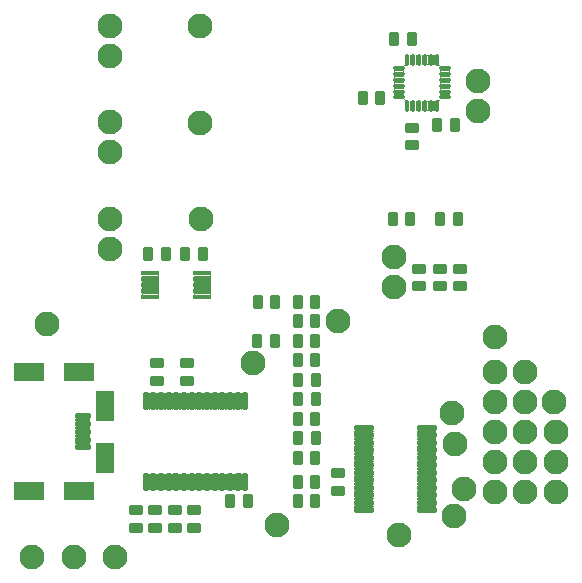
<source format=gbr>
G04 #@! TF.GenerationSoftware,KiCad,Pcbnew,(6.0.9-0)*
G04 #@! TF.CreationDate,2023-12-07T00:14:06+00:00*
G04 #@! TF.ProjectId,BalanceBoard,42616c61-6e63-4654-926f-6172642e6b69,rev?*
G04 #@! TF.SameCoordinates,Original*
G04 #@! TF.FileFunction,Soldermask,Bot*
G04 #@! TF.FilePolarity,Negative*
%FSLAX46Y46*%
G04 Gerber Fmt 4.6, Leading zero omitted, Abs format (unit mm)*
G04 Created by KiCad (PCBNEW (6.0.9-0)) date 2023-12-07 00:14:06*
%MOMM*%
%LPD*%
G01*
G04 APERTURE LIST*
G04 Aperture macros list*
%AMRoundRect*
0 Rectangle with rounded corners*
0 $1 Rounding radius*
0 $2 $3 $4 $5 $6 $7 $8 $9 X,Y pos of 4 corners*
0 Add a 4 corners polygon primitive as box body*
4,1,4,$2,$3,$4,$5,$6,$7,$8,$9,$2,$3,0*
0 Add four circle primitives for the rounded corners*
1,1,$1+$1,$2,$3*
1,1,$1+$1,$4,$5*
1,1,$1+$1,$6,$7*
1,1,$1+$1,$8,$9*
0 Add four rect primitives between the rounded corners*
20,1,$1+$1,$2,$3,$4,$5,0*
20,1,$1+$1,$4,$5,$6,$7,0*
20,1,$1+$1,$6,$7,$8,$9,0*
20,1,$1+$1,$8,$9,$2,$3,0*%
G04 Aperture macros list end*
%ADD10C,2.102000*%
%ADD11RoundRect,0.051000X0.350000X0.500000X-0.350000X0.500000X-0.350000X-0.500000X0.350000X-0.500000X0*%
%ADD12RoundRect,0.051000X-0.350000X-0.500000X0.350000X-0.500000X0.350000X0.500000X-0.350000X0.500000X0*%
%ADD13RoundRect,0.051000X0.500000X-0.350000X0.500000X0.350000X-0.500000X0.350000X-0.500000X-0.350000X0*%
%ADD14RoundRect,0.051000X-0.500000X0.350000X-0.500000X-0.350000X0.500000X-0.350000X0.500000X0.350000X0*%
%ADD15RoundRect,0.126000X0.350000X0.075000X-0.350000X0.075000X-0.350000X-0.075000X0.350000X-0.075000X0*%
%ADD16RoundRect,0.126000X0.075000X-0.350000X0.075000X0.350000X-0.075000X0.350000X-0.075000X-0.350000X0*%
%ADD17RoundRect,0.051000X-0.625000X-0.200000X0.625000X-0.200000X0.625000X0.200000X-0.625000X0.200000X0*%
%ADD18RoundRect,0.051000X-1.250000X-0.750000X1.250000X-0.750000X1.250000X0.750000X-1.250000X0.750000X0*%
%ADD19RoundRect,0.051000X-0.750000X1.250000X-0.750000X-1.250000X0.750000X-1.250000X0.750000X1.250000X0*%
%ADD20RoundRect,0.151000X0.100000X-0.650000X0.100000X0.650000X-0.100000X0.650000X-0.100000X-0.650000X0*%
%ADD21RoundRect,0.126000X0.650000X0.075000X-0.650000X0.075000X-0.650000X-0.075000X0.650000X-0.075000X0*%
%ADD22RoundRect,0.051000X-0.800000X-0.200000X0.800000X-0.200000X0.800000X0.200000X-0.800000X0.200000X0*%
G04 APERTURE END LIST*
D10*
X69382000Y-166624000D03*
X66842000Y-166624000D03*
X69382000Y-164084000D03*
X66842000Y-164084000D03*
X69382000Y-161544000D03*
X66842000Y-161544000D03*
X69382000Y-159004000D03*
X66842000Y-159004000D03*
X69382000Y-156464000D03*
X66842000Y-156464000D03*
D11*
X57150000Y-133223000D03*
X55650000Y-133223000D03*
D12*
X44450000Y-167386000D03*
X45950000Y-167386000D03*
D13*
X40767000Y-157226000D03*
X40767000Y-155726000D03*
D11*
X59690000Y-143510000D03*
X58190000Y-143510000D03*
D12*
X50165000Y-165735000D03*
X51665000Y-165735000D03*
D14*
X38100000Y-168148000D03*
X38100000Y-169648000D03*
X36449000Y-168148000D03*
X36449000Y-169648000D03*
D12*
X50165000Y-167386000D03*
X51665000Y-167386000D03*
D14*
X41402000Y-168148000D03*
X41402000Y-169648000D03*
D15*
X62656000Y-130703000D03*
X62656000Y-131203000D03*
X62656000Y-131703000D03*
X62656000Y-132203000D03*
X62656000Y-132703000D03*
X62656000Y-133203000D03*
D16*
X61956000Y-133903000D03*
X61456000Y-133903000D03*
X60956000Y-133903000D03*
X60456000Y-133903000D03*
X59956000Y-133903000D03*
X59456000Y-133903000D03*
D15*
X58756000Y-133203000D03*
X58756000Y-132703000D03*
X58756000Y-132203000D03*
X58756000Y-131703000D03*
X58756000Y-131203000D03*
X58756000Y-130703000D03*
D16*
X59456000Y-130003000D03*
X59956000Y-130003000D03*
X60456000Y-130003000D03*
X60956000Y-130003000D03*
X61456000Y-130003000D03*
X61956000Y-130003000D03*
D12*
X46748000Y-153797000D03*
X48248000Y-153797000D03*
D10*
X46355000Y-155702000D03*
X41960800Y-143510000D03*
X41910000Y-135382000D03*
X41910000Y-127127000D03*
X27686000Y-172085000D03*
X53594000Y-152146000D03*
X58293000Y-146685000D03*
D17*
X31957000Y-162814000D03*
X31957000Y-162164000D03*
X31957000Y-161514000D03*
X31957000Y-160864000D03*
X31957000Y-160214000D03*
D18*
X27432000Y-166564000D03*
X31632000Y-166564000D03*
D19*
X33882000Y-163714000D03*
X33882000Y-159314000D03*
D18*
X31632000Y-156464000D03*
X27432000Y-156464000D03*
D20*
X45735000Y-165735000D03*
X45085000Y-165735000D03*
X44435000Y-165735000D03*
X43785000Y-165735000D03*
X43135000Y-165735000D03*
X42485000Y-165735000D03*
X41835000Y-165735000D03*
X41185000Y-165735000D03*
X40535000Y-165735000D03*
X39885000Y-165735000D03*
X39235000Y-165735000D03*
X38585000Y-165735000D03*
X37935000Y-165735000D03*
X37285000Y-165735000D03*
X37285000Y-158935000D03*
X37935000Y-158935000D03*
X38585000Y-158935000D03*
X39235000Y-158935000D03*
X39885000Y-158935000D03*
X40535000Y-158935000D03*
X41185000Y-158935000D03*
X41835000Y-158935000D03*
X42485000Y-158935000D03*
X43135000Y-158935000D03*
X43785000Y-158935000D03*
X44435000Y-158935000D03*
X45085000Y-158935000D03*
X45735000Y-158935000D03*
D11*
X63730000Y-143510000D03*
X62230000Y-143510000D03*
D12*
X61976000Y-135509000D03*
X63476000Y-135509000D03*
D13*
X38227000Y-157226000D03*
X38227000Y-155726000D03*
D14*
X59817000Y-135763000D03*
X59817000Y-137263000D03*
D10*
X34290000Y-146050000D03*
D11*
X51665000Y-150495000D03*
X50165000Y-150495000D03*
D10*
X72009000Y-166624000D03*
X65405000Y-131826000D03*
X66852800Y-153517600D03*
X72034400Y-161493200D03*
D14*
X39751000Y-168148000D03*
X39751000Y-169648000D03*
D11*
X51665000Y-160401000D03*
X50165000Y-160401000D03*
X51665000Y-155448000D03*
X50165000Y-155448000D03*
D10*
X34290000Y-137795000D03*
X34290000Y-129667000D03*
X71882000Y-158953200D03*
X63246000Y-159893000D03*
X34671000Y-172085000D03*
D11*
X51689000Y-158750000D03*
X50189000Y-158750000D03*
X51665000Y-152146000D03*
X50165000Y-152146000D03*
D10*
X31242000Y-172085000D03*
X28956000Y-152400000D03*
X48387000Y-169418000D03*
D13*
X62230000Y-149201000D03*
X62230000Y-147701000D03*
D10*
X65405000Y-134366000D03*
D11*
X59817000Y-128270000D03*
X58317000Y-128270000D03*
D10*
X63373000Y-168656000D03*
D12*
X46760000Y-150495000D03*
X48260000Y-150495000D03*
D10*
X64262000Y-166370000D03*
D14*
X53594000Y-164997000D03*
X53594000Y-166497000D03*
D10*
X58293000Y-149225000D03*
X34290000Y-143510000D03*
D11*
X42140000Y-146431000D03*
X40640000Y-146431000D03*
X51665000Y-153797000D03*
X50165000Y-153797000D03*
D13*
X63881000Y-149201000D03*
X63881000Y-147701000D03*
D21*
X42078000Y-148080803D03*
X42078000Y-148580803D03*
X42078000Y-149080803D03*
X42078000Y-149580803D03*
X42078000Y-150080803D03*
X37678000Y-150080803D03*
X37678000Y-149580803D03*
X37678000Y-149080803D03*
X37678000Y-148580803D03*
X37678000Y-148080803D03*
D13*
X60452000Y-149201000D03*
X60452000Y-147701000D03*
D11*
X51677000Y-157099000D03*
X50177000Y-157099000D03*
D12*
X50165000Y-163703000D03*
X51665000Y-163703000D03*
D10*
X58775600Y-170281600D03*
D22*
X55770000Y-168170363D03*
X55770000Y-167535363D03*
X55770000Y-166900363D03*
X55770000Y-166265363D03*
X55770000Y-165630363D03*
X55770000Y-164995363D03*
X55770000Y-164360363D03*
X55770000Y-163725363D03*
X55770000Y-163090363D03*
X55770000Y-162455363D03*
X55770000Y-161820363D03*
X55770000Y-161185363D03*
X61070000Y-161170363D03*
X61070000Y-161820363D03*
X61070000Y-162455363D03*
X61070000Y-163090363D03*
X61070000Y-163725363D03*
X61070000Y-164360363D03*
X61070000Y-164995363D03*
X61070000Y-165630363D03*
X61070000Y-166265363D03*
X61070000Y-166900363D03*
X61070000Y-167535363D03*
X61070000Y-168170363D03*
D10*
X34290000Y-135255000D03*
D12*
X37489000Y-146431000D03*
X38989000Y-146431000D03*
D10*
X34290000Y-127127000D03*
X63500000Y-162560000D03*
D11*
X51689000Y-162052000D03*
X50189000Y-162052000D03*
D10*
X72009000Y-164084000D03*
G36*
X54940267Y-167773249D02*
G01*
X54951262Y-167780596D01*
X54970199Y-167784363D01*
X56569801Y-167784363D01*
X56588738Y-167780596D01*
X56599733Y-167773249D01*
X56601729Y-167773118D01*
X56602840Y-167774781D01*
X56602507Y-167776023D01*
X56596985Y-167784288D01*
X56576205Y-167850652D01*
X56596994Y-167921452D01*
X56602507Y-167929703D01*
X56602638Y-167931699D01*
X56600975Y-167932810D01*
X56599733Y-167932477D01*
X56588738Y-167925130D01*
X56569801Y-167921363D01*
X54970199Y-167921363D01*
X54951262Y-167925130D01*
X54940267Y-167932477D01*
X54938271Y-167932608D01*
X54937160Y-167930945D01*
X54937493Y-167929703D01*
X54943015Y-167921438D01*
X54963795Y-167855074D01*
X54943006Y-167784274D01*
X54937493Y-167776023D01*
X54937362Y-167774027D01*
X54939025Y-167772916D01*
X54940267Y-167773249D01*
G37*
G36*
X60240267Y-167773249D02*
G01*
X60251262Y-167780596D01*
X60270199Y-167784363D01*
X61869801Y-167784363D01*
X61888738Y-167780596D01*
X61899733Y-167773249D01*
X61901729Y-167773118D01*
X61902840Y-167774781D01*
X61902507Y-167776023D01*
X61896985Y-167784288D01*
X61876205Y-167850652D01*
X61896994Y-167921452D01*
X61902507Y-167929703D01*
X61902638Y-167931699D01*
X61900975Y-167932810D01*
X61899733Y-167932477D01*
X61888738Y-167925130D01*
X61869801Y-167921363D01*
X60270199Y-167921363D01*
X60251262Y-167925130D01*
X60240267Y-167932477D01*
X60238271Y-167932608D01*
X60237160Y-167930945D01*
X60237493Y-167929703D01*
X60243015Y-167921438D01*
X60263795Y-167855074D01*
X60243006Y-167784274D01*
X60237493Y-167776023D01*
X60237362Y-167774027D01*
X60239025Y-167772916D01*
X60240267Y-167773249D01*
G37*
G36*
X54940267Y-167138249D02*
G01*
X54951262Y-167145596D01*
X54970199Y-167149363D01*
X56569801Y-167149363D01*
X56588738Y-167145596D01*
X56599733Y-167138249D01*
X56601729Y-167138118D01*
X56602840Y-167139781D01*
X56602507Y-167141023D01*
X56596985Y-167149288D01*
X56576205Y-167215652D01*
X56596994Y-167286452D01*
X56602507Y-167294703D01*
X56602638Y-167296699D01*
X56600975Y-167297810D01*
X56599733Y-167297477D01*
X56588738Y-167290130D01*
X56569801Y-167286363D01*
X54970199Y-167286363D01*
X54951262Y-167290130D01*
X54940267Y-167297477D01*
X54938271Y-167297608D01*
X54937160Y-167295945D01*
X54937493Y-167294703D01*
X54943015Y-167286438D01*
X54963795Y-167220074D01*
X54943006Y-167149274D01*
X54937493Y-167141023D01*
X54937362Y-167139027D01*
X54939025Y-167137916D01*
X54940267Y-167138249D01*
G37*
G36*
X60240267Y-167138249D02*
G01*
X60251262Y-167145596D01*
X60270199Y-167149363D01*
X61869801Y-167149363D01*
X61888738Y-167145596D01*
X61899733Y-167138249D01*
X61901729Y-167138118D01*
X61902840Y-167139781D01*
X61902507Y-167141023D01*
X61896985Y-167149288D01*
X61876205Y-167215652D01*
X61896994Y-167286452D01*
X61902507Y-167294703D01*
X61902638Y-167296699D01*
X61900975Y-167297810D01*
X61899733Y-167297477D01*
X61888738Y-167290130D01*
X61869801Y-167286363D01*
X60270199Y-167286363D01*
X60251262Y-167290130D01*
X60240267Y-167297477D01*
X60238271Y-167297608D01*
X60237160Y-167295945D01*
X60237493Y-167294703D01*
X60243015Y-167286438D01*
X60263795Y-167220074D01*
X60243006Y-167149274D01*
X60237493Y-167141023D01*
X60237362Y-167139027D01*
X60239025Y-167137916D01*
X60240267Y-167138249D01*
G37*
G36*
X54940267Y-166503249D02*
G01*
X54951262Y-166510596D01*
X54970199Y-166514363D01*
X56569801Y-166514363D01*
X56588738Y-166510596D01*
X56599733Y-166503249D01*
X56601729Y-166503118D01*
X56602840Y-166504781D01*
X56602507Y-166506023D01*
X56596985Y-166514288D01*
X56576205Y-166580652D01*
X56596994Y-166651452D01*
X56602507Y-166659703D01*
X56602638Y-166661699D01*
X56600975Y-166662810D01*
X56599733Y-166662477D01*
X56588738Y-166655130D01*
X56569801Y-166651363D01*
X54970199Y-166651363D01*
X54951262Y-166655130D01*
X54940267Y-166662477D01*
X54938271Y-166662608D01*
X54937160Y-166660945D01*
X54937493Y-166659703D01*
X54943015Y-166651438D01*
X54963795Y-166585074D01*
X54943006Y-166514274D01*
X54937493Y-166506023D01*
X54937362Y-166504027D01*
X54939025Y-166502916D01*
X54940267Y-166503249D01*
G37*
G36*
X60240267Y-166503249D02*
G01*
X60251262Y-166510596D01*
X60270199Y-166514363D01*
X61869801Y-166514363D01*
X61888738Y-166510596D01*
X61899733Y-166503249D01*
X61901729Y-166503118D01*
X61902840Y-166504781D01*
X61902507Y-166506023D01*
X61896985Y-166514288D01*
X61876205Y-166580652D01*
X61896994Y-166651452D01*
X61902507Y-166659703D01*
X61902638Y-166661699D01*
X61900975Y-166662810D01*
X61899733Y-166662477D01*
X61888738Y-166655130D01*
X61869801Y-166651363D01*
X60270199Y-166651363D01*
X60251262Y-166655130D01*
X60240267Y-166662477D01*
X60238271Y-166662608D01*
X60237160Y-166660945D01*
X60237493Y-166659703D01*
X60243015Y-166651438D01*
X60263795Y-166585074D01*
X60243006Y-166514274D01*
X60237493Y-166506023D01*
X60237362Y-166504027D01*
X60239025Y-166502916D01*
X60240267Y-166503249D01*
G37*
G36*
X45313891Y-165007874D02*
G01*
X45360944Y-165047197D01*
X45429660Y-165055830D01*
X45492289Y-165025867D01*
X45499800Y-165017197D01*
X45501690Y-165016543D01*
X45503202Y-165017853D01*
X45502975Y-165019618D01*
X45497379Y-165027994D01*
X45486000Y-165085199D01*
X45486000Y-166384801D01*
X45497379Y-166442006D01*
X45509055Y-166459480D01*
X45509186Y-166461476D01*
X45507523Y-166462587D01*
X45506109Y-166462126D01*
X45459056Y-166422803D01*
X45390340Y-166414170D01*
X45327711Y-166444133D01*
X45320200Y-166452803D01*
X45318310Y-166453457D01*
X45316798Y-166452147D01*
X45317025Y-166450382D01*
X45322621Y-166442006D01*
X45334000Y-166384801D01*
X45334000Y-165085199D01*
X45322621Y-165027994D01*
X45310945Y-165010520D01*
X45310814Y-165008524D01*
X45312477Y-165007413D01*
X45313891Y-165007874D01*
G37*
G36*
X38813891Y-165007874D02*
G01*
X38860944Y-165047197D01*
X38929660Y-165055830D01*
X38992289Y-165025867D01*
X38999800Y-165017197D01*
X39001690Y-165016543D01*
X39003202Y-165017853D01*
X39002975Y-165019618D01*
X38997379Y-165027994D01*
X38986000Y-165085199D01*
X38986000Y-166384801D01*
X38997379Y-166442006D01*
X39009055Y-166459480D01*
X39009186Y-166461476D01*
X39007523Y-166462587D01*
X39006109Y-166462126D01*
X38959056Y-166422803D01*
X38890340Y-166414170D01*
X38827711Y-166444133D01*
X38820200Y-166452803D01*
X38818310Y-166453457D01*
X38816798Y-166452147D01*
X38817025Y-166450382D01*
X38822621Y-166442006D01*
X38834000Y-166384801D01*
X38834000Y-165085199D01*
X38822621Y-165027994D01*
X38810945Y-165010520D01*
X38810814Y-165008524D01*
X38812477Y-165007413D01*
X38813891Y-165007874D01*
G37*
G36*
X42063891Y-165007874D02*
G01*
X42110944Y-165047197D01*
X42179660Y-165055830D01*
X42242289Y-165025867D01*
X42249800Y-165017197D01*
X42251690Y-165016543D01*
X42253202Y-165017853D01*
X42252975Y-165019618D01*
X42247379Y-165027994D01*
X42236000Y-165085199D01*
X42236000Y-166384801D01*
X42247379Y-166442006D01*
X42259055Y-166459480D01*
X42259186Y-166461476D01*
X42257523Y-166462587D01*
X42256109Y-166462126D01*
X42209056Y-166422803D01*
X42140340Y-166414170D01*
X42077711Y-166444133D01*
X42070200Y-166452803D01*
X42068310Y-166453457D01*
X42066798Y-166452147D01*
X42067025Y-166450382D01*
X42072621Y-166442006D01*
X42084000Y-166384801D01*
X42084000Y-165085199D01*
X42072621Y-165027994D01*
X42060945Y-165010520D01*
X42060814Y-165008524D01*
X42062477Y-165007413D01*
X42063891Y-165007874D01*
G37*
G36*
X41413891Y-165007874D02*
G01*
X41460944Y-165047197D01*
X41529660Y-165055830D01*
X41592289Y-165025867D01*
X41599800Y-165017197D01*
X41601690Y-165016543D01*
X41603202Y-165017853D01*
X41602975Y-165019618D01*
X41597379Y-165027994D01*
X41586000Y-165085199D01*
X41586000Y-166384801D01*
X41597379Y-166442006D01*
X41609055Y-166459480D01*
X41609186Y-166461476D01*
X41607523Y-166462587D01*
X41606109Y-166462126D01*
X41559056Y-166422803D01*
X41490340Y-166414170D01*
X41427711Y-166444133D01*
X41420200Y-166452803D01*
X41418310Y-166453457D01*
X41416798Y-166452147D01*
X41417025Y-166450382D01*
X41422621Y-166442006D01*
X41434000Y-166384801D01*
X41434000Y-165085199D01*
X41422621Y-165027994D01*
X41410945Y-165010520D01*
X41410814Y-165008524D01*
X41412477Y-165007413D01*
X41413891Y-165007874D01*
G37*
G36*
X43363891Y-165007874D02*
G01*
X43410944Y-165047197D01*
X43479660Y-165055830D01*
X43542289Y-165025867D01*
X43549800Y-165017197D01*
X43551690Y-165016543D01*
X43553202Y-165017853D01*
X43552975Y-165019618D01*
X43547379Y-165027994D01*
X43536000Y-165085199D01*
X43536000Y-166384801D01*
X43547379Y-166442006D01*
X43559055Y-166459480D01*
X43559186Y-166461476D01*
X43557523Y-166462587D01*
X43556109Y-166462126D01*
X43509056Y-166422803D01*
X43440340Y-166414170D01*
X43377711Y-166444133D01*
X43370200Y-166452803D01*
X43368310Y-166453457D01*
X43366798Y-166452147D01*
X43367025Y-166450382D01*
X43372621Y-166442006D01*
X43384000Y-166384801D01*
X43384000Y-165085199D01*
X43372621Y-165027994D01*
X43360945Y-165010520D01*
X43360814Y-165008524D01*
X43362477Y-165007413D01*
X43363891Y-165007874D01*
G37*
G36*
X40763891Y-165007874D02*
G01*
X40810944Y-165047197D01*
X40879660Y-165055830D01*
X40942289Y-165025867D01*
X40949800Y-165017197D01*
X40951690Y-165016543D01*
X40953202Y-165017853D01*
X40952975Y-165019618D01*
X40947379Y-165027994D01*
X40936000Y-165085199D01*
X40936000Y-166384801D01*
X40947379Y-166442006D01*
X40959055Y-166459480D01*
X40959186Y-166461476D01*
X40957523Y-166462587D01*
X40956109Y-166462126D01*
X40909056Y-166422803D01*
X40840340Y-166414170D01*
X40777711Y-166444133D01*
X40770200Y-166452803D01*
X40768310Y-166453457D01*
X40766798Y-166452147D01*
X40767025Y-166450382D01*
X40772621Y-166442006D01*
X40784000Y-166384801D01*
X40784000Y-165085199D01*
X40772621Y-165027994D01*
X40760945Y-165010520D01*
X40760814Y-165008524D01*
X40762477Y-165007413D01*
X40763891Y-165007874D01*
G37*
G36*
X40113891Y-165007874D02*
G01*
X40160944Y-165047197D01*
X40229660Y-165055830D01*
X40292289Y-165025867D01*
X40299800Y-165017197D01*
X40301690Y-165016543D01*
X40303202Y-165017853D01*
X40302975Y-165019618D01*
X40297379Y-165027994D01*
X40286000Y-165085199D01*
X40286000Y-166384801D01*
X40297379Y-166442006D01*
X40309055Y-166459480D01*
X40309186Y-166461476D01*
X40307523Y-166462587D01*
X40306109Y-166462126D01*
X40259056Y-166422803D01*
X40190340Y-166414170D01*
X40127711Y-166444133D01*
X40120200Y-166452803D01*
X40118310Y-166453457D01*
X40116798Y-166452147D01*
X40117025Y-166450382D01*
X40122621Y-166442006D01*
X40134000Y-166384801D01*
X40134000Y-165085199D01*
X40122621Y-165027994D01*
X40110945Y-165010520D01*
X40110814Y-165008524D01*
X40112477Y-165007413D01*
X40113891Y-165007874D01*
G37*
G36*
X44013891Y-165007874D02*
G01*
X44060944Y-165047197D01*
X44129660Y-165055830D01*
X44192289Y-165025867D01*
X44199800Y-165017197D01*
X44201690Y-165016543D01*
X44203202Y-165017853D01*
X44202975Y-165019618D01*
X44197379Y-165027994D01*
X44186000Y-165085199D01*
X44186000Y-166384801D01*
X44197379Y-166442006D01*
X44209055Y-166459480D01*
X44209186Y-166461476D01*
X44207523Y-166462587D01*
X44206109Y-166462126D01*
X44159056Y-166422803D01*
X44090340Y-166414170D01*
X44027711Y-166444133D01*
X44020200Y-166452803D01*
X44018310Y-166453457D01*
X44016798Y-166452147D01*
X44017025Y-166450382D01*
X44022621Y-166442006D01*
X44034000Y-166384801D01*
X44034000Y-165085199D01*
X44022621Y-165027994D01*
X44010945Y-165010520D01*
X44010814Y-165008524D01*
X44012477Y-165007413D01*
X44013891Y-165007874D01*
G37*
G36*
X37513891Y-165007874D02*
G01*
X37560944Y-165047197D01*
X37629660Y-165055830D01*
X37692289Y-165025867D01*
X37699800Y-165017197D01*
X37701690Y-165016543D01*
X37703202Y-165017853D01*
X37702975Y-165019618D01*
X37697379Y-165027994D01*
X37686000Y-165085199D01*
X37686000Y-166384801D01*
X37697379Y-166442006D01*
X37709055Y-166459480D01*
X37709186Y-166461476D01*
X37707523Y-166462587D01*
X37706109Y-166462126D01*
X37659056Y-166422803D01*
X37590340Y-166414170D01*
X37527711Y-166444133D01*
X37520200Y-166452803D01*
X37518310Y-166453457D01*
X37516798Y-166452147D01*
X37517025Y-166450382D01*
X37522621Y-166442006D01*
X37534000Y-166384801D01*
X37534000Y-165085199D01*
X37522621Y-165027994D01*
X37510945Y-165010520D01*
X37510814Y-165008524D01*
X37512477Y-165007413D01*
X37513891Y-165007874D01*
G37*
G36*
X44663891Y-165007874D02*
G01*
X44710944Y-165047197D01*
X44779660Y-165055830D01*
X44842289Y-165025867D01*
X44849800Y-165017197D01*
X44851690Y-165016543D01*
X44853202Y-165017853D01*
X44852975Y-165019618D01*
X44847379Y-165027994D01*
X44836000Y-165085199D01*
X44836000Y-166384801D01*
X44847379Y-166442006D01*
X44859055Y-166459480D01*
X44859186Y-166461476D01*
X44857523Y-166462587D01*
X44856109Y-166462126D01*
X44809056Y-166422803D01*
X44740340Y-166414170D01*
X44677711Y-166444133D01*
X44670200Y-166452803D01*
X44668310Y-166453457D01*
X44666798Y-166452147D01*
X44667025Y-166450382D01*
X44672621Y-166442006D01*
X44684000Y-166384801D01*
X44684000Y-165085199D01*
X44672621Y-165027994D01*
X44660945Y-165010520D01*
X44660814Y-165008524D01*
X44662477Y-165007413D01*
X44663891Y-165007874D01*
G37*
G36*
X38163891Y-165007874D02*
G01*
X38210944Y-165047197D01*
X38279660Y-165055830D01*
X38342289Y-165025867D01*
X38349800Y-165017197D01*
X38351690Y-165016543D01*
X38353202Y-165017853D01*
X38352975Y-165019618D01*
X38347379Y-165027994D01*
X38336000Y-165085199D01*
X38336000Y-166384801D01*
X38347379Y-166442006D01*
X38359055Y-166459480D01*
X38359186Y-166461476D01*
X38357523Y-166462587D01*
X38356109Y-166462126D01*
X38309056Y-166422803D01*
X38240340Y-166414170D01*
X38177711Y-166444133D01*
X38170200Y-166452803D01*
X38168310Y-166453457D01*
X38166798Y-166452147D01*
X38167025Y-166450382D01*
X38172621Y-166442006D01*
X38184000Y-166384801D01*
X38184000Y-165085199D01*
X38172621Y-165027994D01*
X38160945Y-165010520D01*
X38160814Y-165008524D01*
X38162477Y-165007413D01*
X38163891Y-165007874D01*
G37*
G36*
X42713891Y-165007874D02*
G01*
X42760944Y-165047197D01*
X42829660Y-165055830D01*
X42892289Y-165025867D01*
X42899800Y-165017197D01*
X42901690Y-165016543D01*
X42903202Y-165017853D01*
X42902975Y-165019618D01*
X42897379Y-165027994D01*
X42886000Y-165085199D01*
X42886000Y-166384801D01*
X42897379Y-166442006D01*
X42909055Y-166459480D01*
X42909186Y-166461476D01*
X42907523Y-166462587D01*
X42906109Y-166462126D01*
X42859056Y-166422803D01*
X42790340Y-166414170D01*
X42727711Y-166444133D01*
X42720200Y-166452803D01*
X42718310Y-166453457D01*
X42716798Y-166452147D01*
X42717025Y-166450382D01*
X42722621Y-166442006D01*
X42734000Y-166384801D01*
X42734000Y-165085199D01*
X42722621Y-165027994D01*
X42710945Y-165010520D01*
X42710814Y-165008524D01*
X42712477Y-165007413D01*
X42713891Y-165007874D01*
G37*
G36*
X39463891Y-165007874D02*
G01*
X39510944Y-165047197D01*
X39579660Y-165055830D01*
X39642289Y-165025867D01*
X39649800Y-165017197D01*
X39651690Y-165016543D01*
X39653202Y-165017853D01*
X39652975Y-165019618D01*
X39647379Y-165027994D01*
X39636000Y-165085199D01*
X39636000Y-166384801D01*
X39647379Y-166442006D01*
X39659055Y-166459480D01*
X39659186Y-166461476D01*
X39657523Y-166462587D01*
X39656109Y-166462126D01*
X39609056Y-166422803D01*
X39540340Y-166414170D01*
X39477711Y-166444133D01*
X39470200Y-166452803D01*
X39468310Y-166453457D01*
X39466798Y-166452147D01*
X39467025Y-166450382D01*
X39472621Y-166442006D01*
X39484000Y-166384801D01*
X39484000Y-165085199D01*
X39472621Y-165027994D01*
X39460945Y-165010520D01*
X39460814Y-165008524D01*
X39462477Y-165007413D01*
X39463891Y-165007874D01*
G37*
G36*
X60240267Y-165868249D02*
G01*
X60251262Y-165875596D01*
X60270199Y-165879363D01*
X61869801Y-165879363D01*
X61888738Y-165875596D01*
X61899733Y-165868249D01*
X61901729Y-165868118D01*
X61902840Y-165869781D01*
X61902507Y-165871023D01*
X61896985Y-165879288D01*
X61876205Y-165945652D01*
X61896994Y-166016452D01*
X61902507Y-166024703D01*
X61902638Y-166026699D01*
X61900975Y-166027810D01*
X61899733Y-166027477D01*
X61888738Y-166020130D01*
X61869801Y-166016363D01*
X60270199Y-166016363D01*
X60251262Y-166020130D01*
X60240267Y-166027477D01*
X60238271Y-166027608D01*
X60237160Y-166025945D01*
X60237493Y-166024703D01*
X60243015Y-166016438D01*
X60263795Y-165950074D01*
X60243006Y-165879274D01*
X60237493Y-165871023D01*
X60237362Y-165869027D01*
X60239025Y-165867916D01*
X60240267Y-165868249D01*
G37*
G36*
X54940267Y-165868249D02*
G01*
X54951262Y-165875596D01*
X54970199Y-165879363D01*
X56569801Y-165879363D01*
X56588738Y-165875596D01*
X56599733Y-165868249D01*
X56601729Y-165868118D01*
X56602840Y-165869781D01*
X56602507Y-165871023D01*
X56596985Y-165879288D01*
X56576205Y-165945652D01*
X56596994Y-166016452D01*
X56602507Y-166024703D01*
X56602638Y-166026699D01*
X56600975Y-166027810D01*
X56599733Y-166027477D01*
X56588738Y-166020130D01*
X56569801Y-166016363D01*
X54970199Y-166016363D01*
X54951262Y-166020130D01*
X54940267Y-166027477D01*
X54938271Y-166027608D01*
X54937160Y-166025945D01*
X54937493Y-166024703D01*
X54943015Y-166016438D01*
X54963795Y-165950074D01*
X54943006Y-165879274D01*
X54937493Y-165871023D01*
X54937362Y-165869027D01*
X54939025Y-165867916D01*
X54940267Y-165868249D01*
G37*
G36*
X54940267Y-165233249D02*
G01*
X54951262Y-165240596D01*
X54970199Y-165244363D01*
X56569801Y-165244363D01*
X56588738Y-165240596D01*
X56599733Y-165233249D01*
X56601729Y-165233118D01*
X56602840Y-165234781D01*
X56602507Y-165236023D01*
X56596985Y-165244288D01*
X56576205Y-165310652D01*
X56596994Y-165381452D01*
X56602507Y-165389703D01*
X56602638Y-165391699D01*
X56600975Y-165392810D01*
X56599733Y-165392477D01*
X56588738Y-165385130D01*
X56569801Y-165381363D01*
X54970199Y-165381363D01*
X54951262Y-165385130D01*
X54940267Y-165392477D01*
X54938271Y-165392608D01*
X54937160Y-165390945D01*
X54937493Y-165389703D01*
X54943015Y-165381438D01*
X54963795Y-165315074D01*
X54943006Y-165244274D01*
X54937493Y-165236023D01*
X54937362Y-165234027D01*
X54939025Y-165232916D01*
X54940267Y-165233249D01*
G37*
G36*
X60240267Y-165233249D02*
G01*
X60251262Y-165240596D01*
X60270199Y-165244363D01*
X61869801Y-165244363D01*
X61888738Y-165240596D01*
X61899733Y-165233249D01*
X61901729Y-165233118D01*
X61902840Y-165234781D01*
X61902507Y-165236023D01*
X61896985Y-165244288D01*
X61876205Y-165310652D01*
X61896994Y-165381452D01*
X61902507Y-165389703D01*
X61902638Y-165391699D01*
X61900975Y-165392810D01*
X61899733Y-165392477D01*
X61888738Y-165385130D01*
X61869801Y-165381363D01*
X60270199Y-165381363D01*
X60251262Y-165385130D01*
X60240267Y-165392477D01*
X60238271Y-165392608D01*
X60237160Y-165390945D01*
X60237493Y-165389703D01*
X60243015Y-165381438D01*
X60263795Y-165315074D01*
X60243006Y-165244274D01*
X60237493Y-165236023D01*
X60237362Y-165234027D01*
X60239025Y-165232916D01*
X60240267Y-165233249D01*
G37*
G36*
X54940267Y-164598249D02*
G01*
X54951262Y-164605596D01*
X54970199Y-164609363D01*
X56569801Y-164609363D01*
X56588738Y-164605596D01*
X56599733Y-164598249D01*
X56601729Y-164598118D01*
X56602840Y-164599781D01*
X56602507Y-164601023D01*
X56596985Y-164609288D01*
X56576205Y-164675652D01*
X56596994Y-164746452D01*
X56602507Y-164754703D01*
X56602638Y-164756699D01*
X56600975Y-164757810D01*
X56599733Y-164757477D01*
X56588738Y-164750130D01*
X56569801Y-164746363D01*
X54970199Y-164746363D01*
X54951262Y-164750130D01*
X54940267Y-164757477D01*
X54938271Y-164757608D01*
X54937160Y-164755945D01*
X54937493Y-164754703D01*
X54943015Y-164746438D01*
X54963795Y-164680074D01*
X54943006Y-164609274D01*
X54937493Y-164601023D01*
X54937362Y-164599027D01*
X54939025Y-164597916D01*
X54940267Y-164598249D01*
G37*
G36*
X60240267Y-164598249D02*
G01*
X60251262Y-164605596D01*
X60270199Y-164609363D01*
X61869801Y-164609363D01*
X61888738Y-164605596D01*
X61899733Y-164598249D01*
X61901729Y-164598118D01*
X61902840Y-164599781D01*
X61902507Y-164601023D01*
X61896985Y-164609288D01*
X61876205Y-164675652D01*
X61896994Y-164746452D01*
X61902507Y-164754703D01*
X61902638Y-164756699D01*
X61900975Y-164757810D01*
X61899733Y-164757477D01*
X61888738Y-164750130D01*
X61869801Y-164746363D01*
X60270199Y-164746363D01*
X60251262Y-164750130D01*
X60240267Y-164757477D01*
X60238271Y-164757608D01*
X60237160Y-164755945D01*
X60237493Y-164754703D01*
X60243015Y-164746438D01*
X60263795Y-164680074D01*
X60243006Y-164609274D01*
X60237493Y-164601023D01*
X60237362Y-164599027D01*
X60239025Y-164597916D01*
X60240267Y-164598249D01*
G37*
G36*
X60240267Y-163963249D02*
G01*
X60251262Y-163970596D01*
X60270199Y-163974363D01*
X61869801Y-163974363D01*
X61888738Y-163970596D01*
X61899733Y-163963249D01*
X61901729Y-163963118D01*
X61902840Y-163964781D01*
X61902507Y-163966023D01*
X61896985Y-163974288D01*
X61876205Y-164040652D01*
X61896994Y-164111452D01*
X61902507Y-164119703D01*
X61902638Y-164121699D01*
X61900975Y-164122810D01*
X61899733Y-164122477D01*
X61888738Y-164115130D01*
X61869801Y-164111363D01*
X60270199Y-164111363D01*
X60251262Y-164115130D01*
X60240267Y-164122477D01*
X60238271Y-164122608D01*
X60237160Y-164120945D01*
X60237493Y-164119703D01*
X60243015Y-164111438D01*
X60263795Y-164045074D01*
X60243006Y-163974274D01*
X60237493Y-163966023D01*
X60237362Y-163964027D01*
X60239025Y-163962916D01*
X60240267Y-163963249D01*
G37*
G36*
X54940267Y-163963249D02*
G01*
X54951262Y-163970596D01*
X54970199Y-163974363D01*
X56569801Y-163974363D01*
X56588738Y-163970596D01*
X56599733Y-163963249D01*
X56601729Y-163963118D01*
X56602840Y-163964781D01*
X56602507Y-163966023D01*
X56596985Y-163974288D01*
X56576205Y-164040652D01*
X56596994Y-164111452D01*
X56602507Y-164119703D01*
X56602638Y-164121699D01*
X56600975Y-164122810D01*
X56599733Y-164122477D01*
X56588738Y-164115130D01*
X56569801Y-164111363D01*
X54970199Y-164111363D01*
X54951262Y-164115130D01*
X54940267Y-164122477D01*
X54938271Y-164122608D01*
X54937160Y-164120945D01*
X54937493Y-164119703D01*
X54943015Y-164111438D01*
X54963795Y-164045074D01*
X54943006Y-163974274D01*
X54937493Y-163966023D01*
X54937362Y-163964027D01*
X54939025Y-163962916D01*
X54940267Y-163963249D01*
G37*
G36*
X54940267Y-163328249D02*
G01*
X54951262Y-163335596D01*
X54970199Y-163339363D01*
X56569801Y-163339363D01*
X56588738Y-163335596D01*
X56599733Y-163328249D01*
X56601729Y-163328118D01*
X56602840Y-163329781D01*
X56602507Y-163331023D01*
X56596985Y-163339288D01*
X56576205Y-163405652D01*
X56596994Y-163476452D01*
X56602507Y-163484703D01*
X56602638Y-163486699D01*
X56600975Y-163487810D01*
X56599733Y-163487477D01*
X56588738Y-163480130D01*
X56569801Y-163476363D01*
X54970199Y-163476363D01*
X54951262Y-163480130D01*
X54940267Y-163487477D01*
X54938271Y-163487608D01*
X54937160Y-163485945D01*
X54937493Y-163484703D01*
X54943015Y-163476438D01*
X54963795Y-163410074D01*
X54943006Y-163339274D01*
X54937493Y-163331023D01*
X54937362Y-163329027D01*
X54939025Y-163327916D01*
X54940267Y-163328249D01*
G37*
G36*
X60240267Y-163328249D02*
G01*
X60251262Y-163335596D01*
X60270199Y-163339363D01*
X61869801Y-163339363D01*
X61888738Y-163335596D01*
X61899733Y-163328249D01*
X61901729Y-163328118D01*
X61902840Y-163329781D01*
X61902507Y-163331023D01*
X61896985Y-163339288D01*
X61876205Y-163405652D01*
X61896994Y-163476452D01*
X61902507Y-163484703D01*
X61902638Y-163486699D01*
X61900975Y-163487810D01*
X61899733Y-163487477D01*
X61888738Y-163480130D01*
X61869801Y-163476363D01*
X60270199Y-163476363D01*
X60251262Y-163480130D01*
X60240267Y-163487477D01*
X60238271Y-163487608D01*
X60237160Y-163485945D01*
X60237493Y-163484703D01*
X60243015Y-163476438D01*
X60263795Y-163410074D01*
X60243006Y-163339274D01*
X60237493Y-163331023D01*
X60237362Y-163329027D01*
X60239025Y-163327916D01*
X60240267Y-163328249D01*
G37*
G36*
X54940267Y-162693249D02*
G01*
X54951262Y-162700596D01*
X54970199Y-162704363D01*
X56569801Y-162704363D01*
X56588738Y-162700596D01*
X56599733Y-162693249D01*
X56601729Y-162693118D01*
X56602840Y-162694781D01*
X56602507Y-162696023D01*
X56596985Y-162704288D01*
X56576205Y-162770652D01*
X56596994Y-162841452D01*
X56602507Y-162849703D01*
X56602638Y-162851699D01*
X56600975Y-162852810D01*
X56599733Y-162852477D01*
X56588738Y-162845130D01*
X56569801Y-162841363D01*
X54970199Y-162841363D01*
X54951262Y-162845130D01*
X54940267Y-162852477D01*
X54938271Y-162852608D01*
X54937160Y-162850945D01*
X54937493Y-162849703D01*
X54943015Y-162841438D01*
X54963795Y-162775074D01*
X54943006Y-162704274D01*
X54937493Y-162696023D01*
X54937362Y-162694027D01*
X54939025Y-162692916D01*
X54940267Y-162693249D01*
G37*
G36*
X60240267Y-162693249D02*
G01*
X60251262Y-162700596D01*
X60270199Y-162704363D01*
X61869801Y-162704363D01*
X61888738Y-162700596D01*
X61899733Y-162693249D01*
X61901729Y-162693118D01*
X61902840Y-162694781D01*
X61902507Y-162696023D01*
X61896985Y-162704288D01*
X61876205Y-162770652D01*
X61896994Y-162841452D01*
X61902507Y-162849703D01*
X61902638Y-162851699D01*
X61900975Y-162852810D01*
X61899733Y-162852477D01*
X61888738Y-162845130D01*
X61869801Y-162841363D01*
X60270199Y-162841363D01*
X60251262Y-162845130D01*
X60240267Y-162852477D01*
X60238271Y-162852608D01*
X60237160Y-162850945D01*
X60237493Y-162849703D01*
X60243015Y-162841438D01*
X60263795Y-162775074D01*
X60243006Y-162704274D01*
X60237493Y-162696023D01*
X60237362Y-162694027D01*
X60239025Y-162692916D01*
X60240267Y-162693249D01*
G37*
G36*
X31302267Y-162401886D02*
G01*
X31313262Y-162409233D01*
X31332199Y-162413000D01*
X32581801Y-162413000D01*
X32600738Y-162409233D01*
X32611733Y-162401886D01*
X32613729Y-162401755D01*
X32614840Y-162403418D01*
X32614507Y-162404660D01*
X32605291Y-162418452D01*
X32607031Y-162419615D01*
X32607916Y-162421409D01*
X32607455Y-162422560D01*
X32592922Y-162439952D01*
X32584296Y-162508670D01*
X32607082Y-162556288D01*
X32606928Y-162558282D01*
X32606389Y-162558814D01*
X32605291Y-162559548D01*
X32614507Y-162573340D01*
X32614638Y-162575336D01*
X32612975Y-162576447D01*
X32611733Y-162576114D01*
X32600738Y-162568767D01*
X32581801Y-162565000D01*
X31332199Y-162565000D01*
X31313262Y-162568767D01*
X31302267Y-162576114D01*
X31300271Y-162576245D01*
X31299160Y-162574582D01*
X31299493Y-162573340D01*
X31308709Y-162559548D01*
X31306969Y-162558385D01*
X31306084Y-162556591D01*
X31306545Y-162555440D01*
X31321078Y-162538048D01*
X31329704Y-162469330D01*
X31306918Y-162421712D01*
X31307072Y-162419718D01*
X31307611Y-162419186D01*
X31308709Y-162418452D01*
X31299493Y-162404660D01*
X31299362Y-162402664D01*
X31301025Y-162401553D01*
X31302267Y-162401886D01*
G37*
G36*
X54940267Y-162058249D02*
G01*
X54951262Y-162065596D01*
X54970199Y-162069363D01*
X56569801Y-162069363D01*
X56588738Y-162065596D01*
X56599733Y-162058249D01*
X56601729Y-162058118D01*
X56602840Y-162059781D01*
X56602507Y-162061023D01*
X56596985Y-162069288D01*
X56576205Y-162135652D01*
X56596994Y-162206452D01*
X56602507Y-162214703D01*
X56602638Y-162216699D01*
X56600975Y-162217810D01*
X56599733Y-162217477D01*
X56588738Y-162210130D01*
X56569801Y-162206363D01*
X54970199Y-162206363D01*
X54951262Y-162210130D01*
X54940267Y-162217477D01*
X54938271Y-162217608D01*
X54937160Y-162215945D01*
X54937493Y-162214703D01*
X54943015Y-162206438D01*
X54963795Y-162140074D01*
X54943006Y-162069274D01*
X54937493Y-162061023D01*
X54937362Y-162059027D01*
X54939025Y-162057916D01*
X54940267Y-162058249D01*
G37*
G36*
X60240267Y-162058249D02*
G01*
X60251262Y-162065596D01*
X60270199Y-162069363D01*
X61869801Y-162069363D01*
X61888738Y-162065596D01*
X61899733Y-162058249D01*
X61901729Y-162058118D01*
X61902840Y-162059781D01*
X61902507Y-162061023D01*
X61896985Y-162069288D01*
X61876205Y-162135652D01*
X61896994Y-162206452D01*
X61902507Y-162214703D01*
X61902638Y-162216699D01*
X61900975Y-162217810D01*
X61899733Y-162217477D01*
X61888738Y-162210130D01*
X61869801Y-162206363D01*
X60270199Y-162206363D01*
X60251262Y-162210130D01*
X60240267Y-162217477D01*
X60238271Y-162217608D01*
X60237160Y-162215945D01*
X60237493Y-162214703D01*
X60243015Y-162206438D01*
X60263795Y-162140074D01*
X60243006Y-162069274D01*
X60237493Y-162061023D01*
X60237362Y-162059027D01*
X60239025Y-162057916D01*
X60240267Y-162058249D01*
G37*
G36*
X31302267Y-161751886D02*
G01*
X31313262Y-161759233D01*
X31332199Y-161763000D01*
X32581801Y-161763000D01*
X32600738Y-161759233D01*
X32611733Y-161751886D01*
X32613729Y-161751755D01*
X32614840Y-161753418D01*
X32614507Y-161754660D01*
X32605291Y-161768452D01*
X32607031Y-161769615D01*
X32607916Y-161771409D01*
X32607455Y-161772560D01*
X32592922Y-161789952D01*
X32584296Y-161858670D01*
X32607082Y-161906288D01*
X32606928Y-161908282D01*
X32606389Y-161908814D01*
X32605291Y-161909548D01*
X32614507Y-161923340D01*
X32614638Y-161925336D01*
X32612975Y-161926447D01*
X32611733Y-161926114D01*
X32600738Y-161918767D01*
X32581801Y-161915000D01*
X31332199Y-161915000D01*
X31313262Y-161918767D01*
X31302267Y-161926114D01*
X31300271Y-161926245D01*
X31299160Y-161924582D01*
X31299493Y-161923340D01*
X31308709Y-161909548D01*
X31306969Y-161908385D01*
X31306084Y-161906591D01*
X31306545Y-161905440D01*
X31321078Y-161888048D01*
X31329704Y-161819330D01*
X31306918Y-161771712D01*
X31307072Y-161769718D01*
X31307611Y-161769186D01*
X31308709Y-161768452D01*
X31299493Y-161754660D01*
X31299362Y-161752664D01*
X31301025Y-161751553D01*
X31302267Y-161751886D01*
G37*
G36*
X54940267Y-161423249D02*
G01*
X54951262Y-161430596D01*
X54970199Y-161434363D01*
X56569801Y-161434363D01*
X56588738Y-161430596D01*
X56599733Y-161423249D01*
X56601729Y-161423118D01*
X56602840Y-161424781D01*
X56602507Y-161426023D01*
X56596985Y-161434288D01*
X56576205Y-161500652D01*
X56596994Y-161571452D01*
X56602507Y-161579703D01*
X56602638Y-161581699D01*
X56600975Y-161582810D01*
X56599733Y-161582477D01*
X56588738Y-161575130D01*
X56569801Y-161571363D01*
X54970199Y-161571363D01*
X54951262Y-161575130D01*
X54940267Y-161582477D01*
X54938271Y-161582608D01*
X54937160Y-161580945D01*
X54937493Y-161579703D01*
X54943015Y-161571438D01*
X54963795Y-161505074D01*
X54943006Y-161434274D01*
X54937493Y-161426023D01*
X54937362Y-161424027D01*
X54939025Y-161422916D01*
X54940267Y-161423249D01*
G37*
G36*
X60240267Y-161408249D02*
G01*
X60251262Y-161415596D01*
X60270199Y-161419363D01*
X61869801Y-161419363D01*
X61888738Y-161415596D01*
X61899733Y-161408249D01*
X61901729Y-161408118D01*
X61902840Y-161409781D01*
X61902507Y-161411023D01*
X61893291Y-161424815D01*
X61895031Y-161425978D01*
X61895916Y-161427772D01*
X61895455Y-161428923D01*
X61880922Y-161446315D01*
X61872296Y-161515033D01*
X61895082Y-161562651D01*
X61894928Y-161564645D01*
X61894389Y-161565177D01*
X61893291Y-161565911D01*
X61902507Y-161579703D01*
X61902638Y-161581699D01*
X61900975Y-161582810D01*
X61899733Y-161582477D01*
X61888738Y-161575130D01*
X61869801Y-161571363D01*
X60270199Y-161571363D01*
X60251262Y-161575130D01*
X60240267Y-161582477D01*
X60238271Y-161582608D01*
X60237160Y-161580945D01*
X60237493Y-161579703D01*
X60246709Y-161565911D01*
X60244969Y-161564748D01*
X60244084Y-161562954D01*
X60244545Y-161561803D01*
X60259078Y-161544411D01*
X60267704Y-161475693D01*
X60244918Y-161428075D01*
X60245072Y-161426081D01*
X60245611Y-161425549D01*
X60246709Y-161424815D01*
X60237493Y-161411023D01*
X60237362Y-161409027D01*
X60239025Y-161407916D01*
X60240267Y-161408249D01*
G37*
G36*
X31302267Y-161101886D02*
G01*
X31313262Y-161109233D01*
X31332199Y-161113000D01*
X32581801Y-161113000D01*
X32600738Y-161109233D01*
X32611733Y-161101886D01*
X32613729Y-161101755D01*
X32614840Y-161103418D01*
X32614507Y-161104660D01*
X32605291Y-161118452D01*
X32607031Y-161119615D01*
X32607916Y-161121409D01*
X32607455Y-161122560D01*
X32592922Y-161139952D01*
X32584296Y-161208670D01*
X32607082Y-161256288D01*
X32606928Y-161258282D01*
X32606389Y-161258814D01*
X32605291Y-161259548D01*
X32614507Y-161273340D01*
X32614638Y-161275336D01*
X32612975Y-161276447D01*
X32611733Y-161276114D01*
X32600738Y-161268767D01*
X32581801Y-161265000D01*
X31332199Y-161265000D01*
X31313262Y-161268767D01*
X31302267Y-161276114D01*
X31300271Y-161276245D01*
X31299160Y-161274582D01*
X31299493Y-161273340D01*
X31308709Y-161259548D01*
X31306969Y-161258385D01*
X31306084Y-161256591D01*
X31306545Y-161255440D01*
X31321078Y-161238048D01*
X31329704Y-161169330D01*
X31306918Y-161121712D01*
X31307072Y-161119718D01*
X31307611Y-161119186D01*
X31308709Y-161118452D01*
X31299493Y-161104660D01*
X31299362Y-161102664D01*
X31301025Y-161101553D01*
X31302267Y-161101886D01*
G37*
G36*
X31302267Y-160451886D02*
G01*
X31313262Y-160459233D01*
X31332199Y-160463000D01*
X32581801Y-160463000D01*
X32600738Y-160459233D01*
X32611733Y-160451886D01*
X32613729Y-160451755D01*
X32614840Y-160453418D01*
X32614507Y-160454660D01*
X32605291Y-160468452D01*
X32607031Y-160469615D01*
X32607916Y-160471409D01*
X32607455Y-160472560D01*
X32592922Y-160489952D01*
X32584296Y-160558670D01*
X32607082Y-160606288D01*
X32606928Y-160608282D01*
X32606389Y-160608814D01*
X32605291Y-160609548D01*
X32614507Y-160623340D01*
X32614638Y-160625336D01*
X32612975Y-160626447D01*
X32611733Y-160626114D01*
X32600738Y-160618767D01*
X32581801Y-160615000D01*
X31332199Y-160615000D01*
X31313262Y-160618767D01*
X31302267Y-160626114D01*
X31300271Y-160626245D01*
X31299160Y-160624582D01*
X31299493Y-160623340D01*
X31308709Y-160609548D01*
X31306969Y-160608385D01*
X31306084Y-160606591D01*
X31306545Y-160605440D01*
X31321078Y-160588048D01*
X31329704Y-160519330D01*
X31306918Y-160471712D01*
X31307072Y-160469718D01*
X31307611Y-160469186D01*
X31308709Y-160468452D01*
X31299493Y-160454660D01*
X31299362Y-160452664D01*
X31301025Y-160451553D01*
X31302267Y-160451886D01*
G37*
G36*
X45313891Y-158207874D02*
G01*
X45360944Y-158247197D01*
X45429660Y-158255830D01*
X45492289Y-158225867D01*
X45499800Y-158217197D01*
X45501690Y-158216543D01*
X45503202Y-158217853D01*
X45502975Y-158219618D01*
X45497379Y-158227994D01*
X45486000Y-158285199D01*
X45486000Y-159584801D01*
X45497379Y-159642006D01*
X45509055Y-159659480D01*
X45509186Y-159661476D01*
X45507523Y-159662587D01*
X45506109Y-159662126D01*
X45459056Y-159622803D01*
X45390340Y-159614170D01*
X45327711Y-159644133D01*
X45320200Y-159652803D01*
X45318310Y-159653457D01*
X45316798Y-159652147D01*
X45317025Y-159650382D01*
X45322621Y-159642006D01*
X45334000Y-159584801D01*
X45334000Y-158285199D01*
X45322621Y-158227994D01*
X45310945Y-158210520D01*
X45310814Y-158208524D01*
X45312477Y-158207413D01*
X45313891Y-158207874D01*
G37*
G36*
X44663891Y-158207874D02*
G01*
X44710944Y-158247197D01*
X44779660Y-158255830D01*
X44842289Y-158225867D01*
X44849800Y-158217197D01*
X44851690Y-158216543D01*
X44853202Y-158217853D01*
X44852975Y-158219618D01*
X44847379Y-158227994D01*
X44836000Y-158285199D01*
X44836000Y-159584801D01*
X44847379Y-159642006D01*
X44859055Y-159659480D01*
X44859186Y-159661476D01*
X44857523Y-159662587D01*
X44856109Y-159662126D01*
X44809056Y-159622803D01*
X44740340Y-159614170D01*
X44677711Y-159644133D01*
X44670200Y-159652803D01*
X44668310Y-159653457D01*
X44666798Y-159652147D01*
X44667025Y-159650382D01*
X44672621Y-159642006D01*
X44684000Y-159584801D01*
X44684000Y-158285199D01*
X44672621Y-158227994D01*
X44660945Y-158210520D01*
X44660814Y-158208524D01*
X44662477Y-158207413D01*
X44663891Y-158207874D01*
G37*
G36*
X44013891Y-158207874D02*
G01*
X44060944Y-158247197D01*
X44129660Y-158255830D01*
X44192289Y-158225867D01*
X44199800Y-158217197D01*
X44201690Y-158216543D01*
X44203202Y-158217853D01*
X44202975Y-158219618D01*
X44197379Y-158227994D01*
X44186000Y-158285199D01*
X44186000Y-159584801D01*
X44197379Y-159642006D01*
X44209055Y-159659480D01*
X44209186Y-159661476D01*
X44207523Y-159662587D01*
X44206109Y-159662126D01*
X44159056Y-159622803D01*
X44090340Y-159614170D01*
X44027711Y-159644133D01*
X44020200Y-159652803D01*
X44018310Y-159653457D01*
X44016798Y-159652147D01*
X44017025Y-159650382D01*
X44022621Y-159642006D01*
X44034000Y-159584801D01*
X44034000Y-158285199D01*
X44022621Y-158227994D01*
X44010945Y-158210520D01*
X44010814Y-158208524D01*
X44012477Y-158207413D01*
X44013891Y-158207874D01*
G37*
G36*
X43363891Y-158207874D02*
G01*
X43410944Y-158247197D01*
X43479660Y-158255830D01*
X43542289Y-158225867D01*
X43549800Y-158217197D01*
X43551690Y-158216543D01*
X43553202Y-158217853D01*
X43552975Y-158219618D01*
X43547379Y-158227994D01*
X43536000Y-158285199D01*
X43536000Y-159584801D01*
X43547379Y-159642006D01*
X43559055Y-159659480D01*
X43559186Y-159661476D01*
X43557523Y-159662587D01*
X43556109Y-159662126D01*
X43509056Y-159622803D01*
X43440340Y-159614170D01*
X43377711Y-159644133D01*
X43370200Y-159652803D01*
X43368310Y-159653457D01*
X43366798Y-159652147D01*
X43367025Y-159650382D01*
X43372621Y-159642006D01*
X43384000Y-159584801D01*
X43384000Y-158285199D01*
X43372621Y-158227994D01*
X43360945Y-158210520D01*
X43360814Y-158208524D01*
X43362477Y-158207413D01*
X43363891Y-158207874D01*
G37*
G36*
X42713891Y-158207874D02*
G01*
X42760944Y-158247197D01*
X42829660Y-158255830D01*
X42892289Y-158225867D01*
X42899800Y-158217197D01*
X42901690Y-158216543D01*
X42903202Y-158217853D01*
X42902975Y-158219618D01*
X42897379Y-158227994D01*
X42886000Y-158285199D01*
X42886000Y-159584801D01*
X42897379Y-159642006D01*
X42909055Y-159659480D01*
X42909186Y-159661476D01*
X42907523Y-159662587D01*
X42906109Y-159662126D01*
X42859056Y-159622803D01*
X42790340Y-159614170D01*
X42727711Y-159644133D01*
X42720200Y-159652803D01*
X42718310Y-159653457D01*
X42716798Y-159652147D01*
X42717025Y-159650382D01*
X42722621Y-159642006D01*
X42734000Y-159584801D01*
X42734000Y-158285199D01*
X42722621Y-158227994D01*
X42710945Y-158210520D01*
X42710814Y-158208524D01*
X42712477Y-158207413D01*
X42713891Y-158207874D01*
G37*
G36*
X42063891Y-158207874D02*
G01*
X42110944Y-158247197D01*
X42179660Y-158255830D01*
X42242289Y-158225867D01*
X42249800Y-158217197D01*
X42251690Y-158216543D01*
X42253202Y-158217853D01*
X42252975Y-158219618D01*
X42247379Y-158227994D01*
X42236000Y-158285199D01*
X42236000Y-159584801D01*
X42247379Y-159642006D01*
X42259055Y-159659480D01*
X42259186Y-159661476D01*
X42257523Y-159662587D01*
X42256109Y-159662126D01*
X42209056Y-159622803D01*
X42140340Y-159614170D01*
X42077711Y-159644133D01*
X42070200Y-159652803D01*
X42068310Y-159653457D01*
X42066798Y-159652147D01*
X42067025Y-159650382D01*
X42072621Y-159642006D01*
X42084000Y-159584801D01*
X42084000Y-158285199D01*
X42072621Y-158227994D01*
X42060945Y-158210520D01*
X42060814Y-158208524D01*
X42062477Y-158207413D01*
X42063891Y-158207874D01*
G37*
G36*
X38163891Y-158207874D02*
G01*
X38210944Y-158247197D01*
X38279660Y-158255830D01*
X38342289Y-158225867D01*
X38349800Y-158217197D01*
X38351690Y-158216543D01*
X38353202Y-158217853D01*
X38352975Y-158219618D01*
X38347379Y-158227994D01*
X38336000Y-158285199D01*
X38336000Y-159584801D01*
X38347379Y-159642006D01*
X38359055Y-159659480D01*
X38359186Y-159661476D01*
X38357523Y-159662587D01*
X38356109Y-159662126D01*
X38309056Y-159622803D01*
X38240340Y-159614170D01*
X38177711Y-159644133D01*
X38170200Y-159652803D01*
X38168310Y-159653457D01*
X38166798Y-159652147D01*
X38167025Y-159650382D01*
X38172621Y-159642006D01*
X38184000Y-159584801D01*
X38184000Y-158285199D01*
X38172621Y-158227994D01*
X38160945Y-158210520D01*
X38160814Y-158208524D01*
X38162477Y-158207413D01*
X38163891Y-158207874D01*
G37*
G36*
X38813891Y-158207874D02*
G01*
X38860944Y-158247197D01*
X38929660Y-158255830D01*
X38992289Y-158225867D01*
X38999800Y-158217197D01*
X39001690Y-158216543D01*
X39003202Y-158217853D01*
X39002975Y-158219618D01*
X38997379Y-158227994D01*
X38986000Y-158285199D01*
X38986000Y-159584801D01*
X38997379Y-159642006D01*
X39009055Y-159659480D01*
X39009186Y-159661476D01*
X39007523Y-159662587D01*
X39006109Y-159662126D01*
X38959056Y-159622803D01*
X38890340Y-159614170D01*
X38827711Y-159644133D01*
X38820200Y-159652803D01*
X38818310Y-159653457D01*
X38816798Y-159652147D01*
X38817025Y-159650382D01*
X38822621Y-159642006D01*
X38834000Y-159584801D01*
X38834000Y-158285199D01*
X38822621Y-158227994D01*
X38810945Y-158210520D01*
X38810814Y-158208524D01*
X38812477Y-158207413D01*
X38813891Y-158207874D01*
G37*
G36*
X39463891Y-158207874D02*
G01*
X39510944Y-158247197D01*
X39579660Y-158255830D01*
X39642289Y-158225867D01*
X39649800Y-158217197D01*
X39651690Y-158216543D01*
X39653202Y-158217853D01*
X39652975Y-158219618D01*
X39647379Y-158227994D01*
X39636000Y-158285199D01*
X39636000Y-159584801D01*
X39647379Y-159642006D01*
X39659055Y-159659480D01*
X39659186Y-159661476D01*
X39657523Y-159662587D01*
X39656109Y-159662126D01*
X39609056Y-159622803D01*
X39540340Y-159614170D01*
X39477711Y-159644133D01*
X39470200Y-159652803D01*
X39468310Y-159653457D01*
X39466798Y-159652147D01*
X39467025Y-159650382D01*
X39472621Y-159642006D01*
X39484000Y-159584801D01*
X39484000Y-158285199D01*
X39472621Y-158227994D01*
X39460945Y-158210520D01*
X39460814Y-158208524D01*
X39462477Y-158207413D01*
X39463891Y-158207874D01*
G37*
G36*
X40113891Y-158207874D02*
G01*
X40160944Y-158247197D01*
X40229660Y-158255830D01*
X40292289Y-158225867D01*
X40299800Y-158217197D01*
X40301690Y-158216543D01*
X40303202Y-158217853D01*
X40302975Y-158219618D01*
X40297379Y-158227994D01*
X40286000Y-158285199D01*
X40286000Y-159584801D01*
X40297379Y-159642006D01*
X40309055Y-159659480D01*
X40309186Y-159661476D01*
X40307523Y-159662587D01*
X40306109Y-159662126D01*
X40259056Y-159622803D01*
X40190340Y-159614170D01*
X40127711Y-159644133D01*
X40120200Y-159652803D01*
X40118310Y-159653457D01*
X40116798Y-159652147D01*
X40117025Y-159650382D01*
X40122621Y-159642006D01*
X40134000Y-159584801D01*
X40134000Y-158285199D01*
X40122621Y-158227994D01*
X40110945Y-158210520D01*
X40110814Y-158208524D01*
X40112477Y-158207413D01*
X40113891Y-158207874D01*
G37*
G36*
X40763891Y-158207874D02*
G01*
X40810944Y-158247197D01*
X40879660Y-158255830D01*
X40942289Y-158225867D01*
X40949800Y-158217197D01*
X40951690Y-158216543D01*
X40953202Y-158217853D01*
X40952975Y-158219618D01*
X40947379Y-158227994D01*
X40936000Y-158285199D01*
X40936000Y-159584801D01*
X40947379Y-159642006D01*
X40959055Y-159659480D01*
X40959186Y-159661476D01*
X40957523Y-159662587D01*
X40956109Y-159662126D01*
X40909056Y-159622803D01*
X40840340Y-159614170D01*
X40777711Y-159644133D01*
X40770200Y-159652803D01*
X40768310Y-159653457D01*
X40766798Y-159652147D01*
X40767025Y-159650382D01*
X40772621Y-159642006D01*
X40784000Y-159584801D01*
X40784000Y-158285199D01*
X40772621Y-158227994D01*
X40760945Y-158210520D01*
X40760814Y-158208524D01*
X40762477Y-158207413D01*
X40763891Y-158207874D01*
G37*
G36*
X41413891Y-158207874D02*
G01*
X41460944Y-158247197D01*
X41529660Y-158255830D01*
X41592289Y-158225867D01*
X41599800Y-158217197D01*
X41601690Y-158216543D01*
X41603202Y-158217853D01*
X41602975Y-158219618D01*
X41597379Y-158227994D01*
X41586000Y-158285199D01*
X41586000Y-159584801D01*
X41597379Y-159642006D01*
X41609055Y-159659480D01*
X41609186Y-159661476D01*
X41607523Y-159662587D01*
X41606109Y-159662126D01*
X41559056Y-159622803D01*
X41490340Y-159614170D01*
X41427711Y-159644133D01*
X41420200Y-159652803D01*
X41418310Y-159653457D01*
X41416798Y-159652147D01*
X41417025Y-159650382D01*
X41422621Y-159642006D01*
X41434000Y-159584801D01*
X41434000Y-158285199D01*
X41422621Y-158227994D01*
X41410945Y-158210520D01*
X41410814Y-158208524D01*
X41412477Y-158207413D01*
X41413891Y-158207874D01*
G37*
G36*
X37513891Y-158207874D02*
G01*
X37560944Y-158247197D01*
X37629660Y-158255830D01*
X37692289Y-158225867D01*
X37699800Y-158217197D01*
X37701690Y-158216543D01*
X37703202Y-158217853D01*
X37702975Y-158219618D01*
X37697379Y-158227994D01*
X37686000Y-158285199D01*
X37686000Y-159584801D01*
X37697379Y-159642006D01*
X37709055Y-159659480D01*
X37709186Y-159661476D01*
X37707523Y-159662587D01*
X37706109Y-159662126D01*
X37659056Y-159622803D01*
X37590340Y-159614170D01*
X37527711Y-159644133D01*
X37520200Y-159652803D01*
X37518310Y-159653457D01*
X37516798Y-159652147D01*
X37517025Y-159650382D01*
X37522621Y-159642006D01*
X37534000Y-159584801D01*
X37534000Y-158285199D01*
X37522621Y-158227994D01*
X37510945Y-158210520D01*
X37510814Y-158208524D01*
X37512477Y-158207413D01*
X37513891Y-158207874D01*
G37*
G36*
X36945234Y-149746722D02*
G01*
X36980561Y-149770327D01*
X37028199Y-149779803D01*
X38327801Y-149779803D01*
X38375439Y-149770327D01*
X38410766Y-149746722D01*
X38412762Y-149746591D01*
X38413873Y-149748254D01*
X38413540Y-149749496D01*
X38405033Y-149762228D01*
X38384253Y-149828592D01*
X38405042Y-149899392D01*
X38413540Y-149912110D01*
X38413671Y-149914106D01*
X38412008Y-149915217D01*
X38410766Y-149914884D01*
X38375439Y-149891279D01*
X38327801Y-149881803D01*
X37028199Y-149881803D01*
X36980561Y-149891279D01*
X36945234Y-149914884D01*
X36943238Y-149915015D01*
X36942127Y-149913352D01*
X36942460Y-149912110D01*
X36950967Y-149899378D01*
X36971747Y-149833014D01*
X36950958Y-149762214D01*
X36942460Y-149749496D01*
X36942329Y-149747500D01*
X36943992Y-149746389D01*
X36945234Y-149746722D01*
G37*
G36*
X41345234Y-149746722D02*
G01*
X41380561Y-149770327D01*
X41428199Y-149779803D01*
X42727801Y-149779803D01*
X42775439Y-149770327D01*
X42810766Y-149746722D01*
X42812762Y-149746591D01*
X42813873Y-149748254D01*
X42813540Y-149749496D01*
X42805033Y-149762228D01*
X42784253Y-149828592D01*
X42805042Y-149899392D01*
X42813540Y-149912110D01*
X42813671Y-149914106D01*
X42812008Y-149915217D01*
X42810766Y-149914884D01*
X42775439Y-149891279D01*
X42727801Y-149881803D01*
X41428199Y-149881803D01*
X41380561Y-149891279D01*
X41345234Y-149914884D01*
X41343238Y-149915015D01*
X41342127Y-149913352D01*
X41342460Y-149912110D01*
X41350967Y-149899378D01*
X41371747Y-149833014D01*
X41350958Y-149762214D01*
X41342460Y-149749496D01*
X41342329Y-149747500D01*
X41343992Y-149746389D01*
X41345234Y-149746722D01*
G37*
G36*
X36945234Y-149246722D02*
G01*
X36980561Y-149270327D01*
X37028199Y-149279803D01*
X38327801Y-149279803D01*
X38375439Y-149270327D01*
X38410766Y-149246722D01*
X38412762Y-149246591D01*
X38413873Y-149248254D01*
X38413540Y-149249496D01*
X38405033Y-149262228D01*
X38384253Y-149328592D01*
X38405042Y-149399392D01*
X38413540Y-149412110D01*
X38413671Y-149414106D01*
X38412008Y-149415217D01*
X38410766Y-149414884D01*
X38375439Y-149391279D01*
X38327801Y-149381803D01*
X37028199Y-149381803D01*
X36980561Y-149391279D01*
X36945234Y-149414884D01*
X36943238Y-149415015D01*
X36942127Y-149413352D01*
X36942460Y-149412110D01*
X36950967Y-149399378D01*
X36971747Y-149333014D01*
X36950958Y-149262214D01*
X36942460Y-149249496D01*
X36942329Y-149247500D01*
X36943992Y-149246389D01*
X36945234Y-149246722D01*
G37*
G36*
X41345234Y-149246722D02*
G01*
X41380561Y-149270327D01*
X41428199Y-149279803D01*
X42727801Y-149279803D01*
X42775439Y-149270327D01*
X42810766Y-149246722D01*
X42812762Y-149246591D01*
X42813873Y-149248254D01*
X42813540Y-149249496D01*
X42805033Y-149262228D01*
X42784253Y-149328592D01*
X42805042Y-149399392D01*
X42813540Y-149412110D01*
X42813671Y-149414106D01*
X42812008Y-149415217D01*
X42810766Y-149414884D01*
X42775439Y-149391279D01*
X42727801Y-149381803D01*
X41428199Y-149381803D01*
X41380561Y-149391279D01*
X41345234Y-149414884D01*
X41343238Y-149415015D01*
X41342127Y-149413352D01*
X41342460Y-149412110D01*
X41350967Y-149399378D01*
X41371747Y-149333014D01*
X41350958Y-149262214D01*
X41342460Y-149249496D01*
X41342329Y-149247500D01*
X41343992Y-149246389D01*
X41345234Y-149246722D01*
G37*
G36*
X36945234Y-148746722D02*
G01*
X36980561Y-148770327D01*
X37028199Y-148779803D01*
X38327801Y-148779803D01*
X38375439Y-148770327D01*
X38410766Y-148746722D01*
X38412762Y-148746591D01*
X38413873Y-148748254D01*
X38413540Y-148749496D01*
X38405033Y-148762228D01*
X38384253Y-148828592D01*
X38405042Y-148899392D01*
X38413540Y-148912110D01*
X38413671Y-148914106D01*
X38412008Y-148915217D01*
X38410766Y-148914884D01*
X38375439Y-148891279D01*
X38327801Y-148881803D01*
X37028199Y-148881803D01*
X36980561Y-148891279D01*
X36945234Y-148914884D01*
X36943238Y-148915015D01*
X36942127Y-148913352D01*
X36942460Y-148912110D01*
X36950967Y-148899378D01*
X36971747Y-148833014D01*
X36950958Y-148762214D01*
X36942460Y-148749496D01*
X36942329Y-148747500D01*
X36943992Y-148746389D01*
X36945234Y-148746722D01*
G37*
G36*
X41345234Y-148746722D02*
G01*
X41380561Y-148770327D01*
X41428199Y-148779803D01*
X42727801Y-148779803D01*
X42775439Y-148770327D01*
X42810766Y-148746722D01*
X42812762Y-148746591D01*
X42813873Y-148748254D01*
X42813540Y-148749496D01*
X42805033Y-148762228D01*
X42784253Y-148828592D01*
X42805042Y-148899392D01*
X42813540Y-148912110D01*
X42813671Y-148914106D01*
X42812008Y-148915217D01*
X42810766Y-148914884D01*
X42775439Y-148891279D01*
X42727801Y-148881803D01*
X41428199Y-148881803D01*
X41380561Y-148891279D01*
X41345234Y-148914884D01*
X41343238Y-148915015D01*
X41342127Y-148913352D01*
X41342460Y-148912110D01*
X41350967Y-148899378D01*
X41371747Y-148833014D01*
X41350958Y-148762214D01*
X41342460Y-148749496D01*
X41342329Y-148747500D01*
X41343992Y-148746389D01*
X41345234Y-148746722D01*
G37*
G36*
X36945234Y-148246722D02*
G01*
X36980561Y-148270327D01*
X37028199Y-148279803D01*
X38327801Y-148279803D01*
X38375439Y-148270327D01*
X38410766Y-148246722D01*
X38412762Y-148246591D01*
X38413873Y-148248254D01*
X38413540Y-148249496D01*
X38405033Y-148262228D01*
X38384253Y-148328592D01*
X38405042Y-148399392D01*
X38413540Y-148412110D01*
X38413671Y-148414106D01*
X38412008Y-148415217D01*
X38410766Y-148414884D01*
X38375439Y-148391279D01*
X38327801Y-148381803D01*
X37028199Y-148381803D01*
X36980561Y-148391279D01*
X36945234Y-148414884D01*
X36943238Y-148415015D01*
X36942127Y-148413352D01*
X36942460Y-148412110D01*
X36950967Y-148399378D01*
X36971747Y-148333014D01*
X36950958Y-148262214D01*
X36942460Y-148249496D01*
X36942329Y-148247500D01*
X36943992Y-148246389D01*
X36945234Y-148246722D01*
G37*
G36*
X41345234Y-148246722D02*
G01*
X41380561Y-148270327D01*
X41428199Y-148279803D01*
X42727801Y-148279803D01*
X42775439Y-148270327D01*
X42810766Y-148246722D01*
X42812762Y-148246591D01*
X42813873Y-148248254D01*
X42813540Y-148249496D01*
X42805033Y-148262228D01*
X42784253Y-148328592D01*
X42805042Y-148399392D01*
X42813540Y-148412110D01*
X42813671Y-148414106D01*
X42812008Y-148415217D01*
X42810766Y-148414884D01*
X42775439Y-148391279D01*
X42727801Y-148381803D01*
X41428199Y-148381803D01*
X41380561Y-148391279D01*
X41345234Y-148414884D01*
X41343238Y-148415015D01*
X41342127Y-148413352D01*
X41342460Y-148412110D01*
X41350967Y-148399378D01*
X41371747Y-148333014D01*
X41350958Y-148262214D01*
X41342460Y-148249496D01*
X41342329Y-148247500D01*
X41343992Y-148246389D01*
X41345234Y-148246722D01*
G37*
G36*
X59624693Y-133467460D02*
G01*
X59637425Y-133475967D01*
X59703789Y-133496747D01*
X59774589Y-133475958D01*
X59787307Y-133467460D01*
X59789303Y-133467329D01*
X59790414Y-133468992D01*
X59790081Y-133470234D01*
X59766476Y-133505561D01*
X59757000Y-133553199D01*
X59757000Y-134252801D01*
X59766476Y-134300439D01*
X59790081Y-134335766D01*
X59790212Y-134337762D01*
X59788549Y-134338873D01*
X59787307Y-134338540D01*
X59774575Y-134330033D01*
X59708211Y-134309253D01*
X59637411Y-134330042D01*
X59624693Y-134338540D01*
X59622697Y-134338671D01*
X59621586Y-134337008D01*
X59621919Y-134335766D01*
X59645524Y-134300439D01*
X59655000Y-134252801D01*
X59655000Y-133553199D01*
X59645524Y-133505561D01*
X59621919Y-133470234D01*
X59621788Y-133468238D01*
X59623451Y-133467127D01*
X59624693Y-133467460D01*
G37*
G36*
X60124693Y-133467460D02*
G01*
X60137425Y-133475967D01*
X60203789Y-133496747D01*
X60274589Y-133475958D01*
X60287307Y-133467460D01*
X60289303Y-133467329D01*
X60290414Y-133468992D01*
X60290081Y-133470234D01*
X60266476Y-133505561D01*
X60257000Y-133553199D01*
X60257000Y-134252801D01*
X60266476Y-134300439D01*
X60290081Y-134335766D01*
X60290212Y-134337762D01*
X60288549Y-134338873D01*
X60287307Y-134338540D01*
X60274575Y-134330033D01*
X60208211Y-134309253D01*
X60137411Y-134330042D01*
X60124693Y-134338540D01*
X60122697Y-134338671D01*
X60121586Y-134337008D01*
X60121919Y-134335766D01*
X60145524Y-134300439D01*
X60155000Y-134252801D01*
X60155000Y-133553199D01*
X60145524Y-133505561D01*
X60121919Y-133470234D01*
X60121788Y-133468238D01*
X60123451Y-133467127D01*
X60124693Y-133467460D01*
G37*
G36*
X61124693Y-133467460D02*
G01*
X61137425Y-133475967D01*
X61203789Y-133496747D01*
X61274589Y-133475958D01*
X61287307Y-133467460D01*
X61289303Y-133467329D01*
X61290414Y-133468992D01*
X61290081Y-133470234D01*
X61266476Y-133505561D01*
X61257000Y-133553199D01*
X61257000Y-134252801D01*
X61266476Y-134300439D01*
X61290081Y-134335766D01*
X61290212Y-134337762D01*
X61288549Y-134338873D01*
X61287307Y-134338540D01*
X61274575Y-134330033D01*
X61208211Y-134309253D01*
X61137411Y-134330042D01*
X61124693Y-134338540D01*
X61122697Y-134338671D01*
X61121586Y-134337008D01*
X61121919Y-134335766D01*
X61145524Y-134300439D01*
X61155000Y-134252801D01*
X61155000Y-133553199D01*
X61145524Y-133505561D01*
X61121919Y-133470234D01*
X61121788Y-133468238D01*
X61123451Y-133467127D01*
X61124693Y-133467460D01*
G37*
G36*
X60624693Y-133467460D02*
G01*
X60637425Y-133475967D01*
X60703789Y-133496747D01*
X60774589Y-133475958D01*
X60787307Y-133467460D01*
X60789303Y-133467329D01*
X60790414Y-133468992D01*
X60790081Y-133470234D01*
X60766476Y-133505561D01*
X60757000Y-133553199D01*
X60757000Y-134252801D01*
X60766476Y-134300439D01*
X60790081Y-134335766D01*
X60790212Y-134337762D01*
X60788549Y-134338873D01*
X60787307Y-134338540D01*
X60774575Y-134330033D01*
X60708211Y-134309253D01*
X60637411Y-134330042D01*
X60624693Y-134338540D01*
X60622697Y-134338671D01*
X60621586Y-134337008D01*
X60621919Y-134335766D01*
X60645524Y-134300439D01*
X60655000Y-134252801D01*
X60655000Y-133553199D01*
X60645524Y-133505561D01*
X60621919Y-133470234D01*
X60621788Y-133468238D01*
X60623451Y-133467127D01*
X60624693Y-133467460D01*
G37*
G36*
X61624693Y-133467460D02*
G01*
X61637425Y-133475967D01*
X61703789Y-133496747D01*
X61774589Y-133475958D01*
X61787307Y-133467460D01*
X61789303Y-133467329D01*
X61790414Y-133468992D01*
X61790081Y-133470234D01*
X61766476Y-133505561D01*
X61757000Y-133553199D01*
X61757000Y-134252801D01*
X61766476Y-134300439D01*
X61790081Y-134335766D01*
X61790212Y-134337762D01*
X61788549Y-134338873D01*
X61787307Y-134338540D01*
X61774575Y-134330033D01*
X61708211Y-134309253D01*
X61637411Y-134330042D01*
X61624693Y-134338540D01*
X61622697Y-134338671D01*
X61621586Y-134337008D01*
X61621919Y-134335766D01*
X61645524Y-134300439D01*
X61655000Y-134252801D01*
X61655000Y-133553199D01*
X61645524Y-133505561D01*
X61621919Y-133470234D01*
X61621788Y-133468238D01*
X61623451Y-133467127D01*
X61624693Y-133467460D01*
G37*
G36*
X59230521Y-133290563D02*
G01*
X59231194Y-133291889D01*
X59236659Y-133352963D01*
X59279146Y-133407657D01*
X59344619Y-133430756D01*
X59356053Y-133429939D01*
X59357852Y-133430813D01*
X59357995Y-133432808D01*
X59356586Y-133433896D01*
X59333561Y-133438476D01*
X59293347Y-133465347D01*
X59266476Y-133505561D01*
X59259760Y-133539323D01*
X59258441Y-133540827D01*
X59256479Y-133540437D01*
X59255806Y-133539111D01*
X59250341Y-133478037D01*
X59207854Y-133423343D01*
X59142381Y-133400244D01*
X59130947Y-133401061D01*
X59129148Y-133400187D01*
X59129005Y-133398192D01*
X59130414Y-133397104D01*
X59153439Y-133392524D01*
X59193653Y-133365653D01*
X59220524Y-133325439D01*
X59227240Y-133291677D01*
X59228559Y-133290173D01*
X59230521Y-133290563D01*
G37*
G36*
X62186896Y-133302414D02*
G01*
X62191476Y-133325439D01*
X62218347Y-133365653D01*
X62258561Y-133392524D01*
X62292323Y-133399240D01*
X62293827Y-133400559D01*
X62293437Y-133402521D01*
X62292111Y-133403194D01*
X62231037Y-133408659D01*
X62176343Y-133451146D01*
X62153244Y-133516619D01*
X62154061Y-133528053D01*
X62153187Y-133529852D01*
X62151192Y-133529995D01*
X62150104Y-133528586D01*
X62145524Y-133505561D01*
X62118653Y-133465347D01*
X62078439Y-133438476D01*
X62044677Y-133431760D01*
X62043173Y-133430441D01*
X62043563Y-133428479D01*
X62044889Y-133427806D01*
X62105963Y-133422341D01*
X62160657Y-133379854D01*
X62183756Y-133314381D01*
X62182939Y-133302947D01*
X62183813Y-133301148D01*
X62185808Y-133301005D01*
X62186896Y-133302414D01*
G37*
G36*
X62223234Y-132868919D02*
G01*
X62258561Y-132892524D01*
X62306199Y-132902000D01*
X63005801Y-132902000D01*
X63053439Y-132892524D01*
X63088766Y-132868919D01*
X63090762Y-132868788D01*
X63091873Y-132870451D01*
X63091540Y-132871693D01*
X63083033Y-132884425D01*
X63062253Y-132950789D01*
X63083042Y-133021589D01*
X63091540Y-133034307D01*
X63091671Y-133036303D01*
X63090008Y-133037414D01*
X63088766Y-133037081D01*
X63053439Y-133013476D01*
X63005801Y-133004000D01*
X62306199Y-133004000D01*
X62258561Y-133013476D01*
X62223234Y-133037081D01*
X62221238Y-133037212D01*
X62220127Y-133035549D01*
X62220460Y-133034307D01*
X62228967Y-133021575D01*
X62249747Y-132955211D01*
X62228958Y-132884411D01*
X62220460Y-132871693D01*
X62220329Y-132869697D01*
X62221992Y-132868586D01*
X62223234Y-132868919D01*
G37*
G36*
X58323234Y-132868919D02*
G01*
X58358561Y-132892524D01*
X58406199Y-132902000D01*
X59105801Y-132902000D01*
X59153439Y-132892524D01*
X59188766Y-132868919D01*
X59190762Y-132868788D01*
X59191873Y-132870451D01*
X59191540Y-132871693D01*
X59183033Y-132884425D01*
X59162253Y-132950789D01*
X59183042Y-133021589D01*
X59191540Y-133034307D01*
X59191671Y-133036303D01*
X59190008Y-133037414D01*
X59188766Y-133037081D01*
X59153439Y-133013476D01*
X59105801Y-133004000D01*
X58406199Y-133004000D01*
X58358561Y-133013476D01*
X58323234Y-133037081D01*
X58321238Y-133037212D01*
X58320127Y-133035549D01*
X58320460Y-133034307D01*
X58328967Y-133021575D01*
X58349747Y-132955211D01*
X58328958Y-132884411D01*
X58320460Y-132871693D01*
X58320329Y-132869697D01*
X58321992Y-132868586D01*
X58323234Y-132868919D01*
G37*
G36*
X58323234Y-132368919D02*
G01*
X58358561Y-132392524D01*
X58406199Y-132402000D01*
X59105801Y-132402000D01*
X59153439Y-132392524D01*
X59188766Y-132368919D01*
X59190762Y-132368788D01*
X59191873Y-132370451D01*
X59191540Y-132371693D01*
X59183033Y-132384425D01*
X59162253Y-132450789D01*
X59183042Y-132521589D01*
X59191540Y-132534307D01*
X59191671Y-132536303D01*
X59190008Y-132537414D01*
X59188766Y-132537081D01*
X59153439Y-132513476D01*
X59105801Y-132504000D01*
X58406199Y-132504000D01*
X58358561Y-132513476D01*
X58323234Y-132537081D01*
X58321238Y-132537212D01*
X58320127Y-132535549D01*
X58320460Y-132534307D01*
X58328967Y-132521575D01*
X58349747Y-132455211D01*
X58328958Y-132384411D01*
X58320460Y-132371693D01*
X58320329Y-132369697D01*
X58321992Y-132368586D01*
X58323234Y-132368919D01*
G37*
G36*
X62223234Y-132368919D02*
G01*
X62258561Y-132392524D01*
X62306199Y-132402000D01*
X63005801Y-132402000D01*
X63053439Y-132392524D01*
X63088766Y-132368919D01*
X63090762Y-132368788D01*
X63091873Y-132370451D01*
X63091540Y-132371693D01*
X63083033Y-132384425D01*
X63062253Y-132450789D01*
X63083042Y-132521589D01*
X63091540Y-132534307D01*
X63091671Y-132536303D01*
X63090008Y-132537414D01*
X63088766Y-132537081D01*
X63053439Y-132513476D01*
X63005801Y-132504000D01*
X62306199Y-132504000D01*
X62258561Y-132513476D01*
X62223234Y-132537081D01*
X62221238Y-132537212D01*
X62220127Y-132535549D01*
X62220460Y-132534307D01*
X62228967Y-132521575D01*
X62249747Y-132455211D01*
X62228958Y-132384411D01*
X62220460Y-132371693D01*
X62220329Y-132369697D01*
X62221992Y-132368586D01*
X62223234Y-132368919D01*
G37*
G36*
X58323234Y-131868919D02*
G01*
X58358561Y-131892524D01*
X58406199Y-131902000D01*
X59105801Y-131902000D01*
X59153439Y-131892524D01*
X59188766Y-131868919D01*
X59190762Y-131868788D01*
X59191873Y-131870451D01*
X59191540Y-131871693D01*
X59183033Y-131884425D01*
X59162253Y-131950789D01*
X59183042Y-132021589D01*
X59191540Y-132034307D01*
X59191671Y-132036303D01*
X59190008Y-132037414D01*
X59188766Y-132037081D01*
X59153439Y-132013476D01*
X59105801Y-132004000D01*
X58406199Y-132004000D01*
X58358561Y-132013476D01*
X58323234Y-132037081D01*
X58321238Y-132037212D01*
X58320127Y-132035549D01*
X58320460Y-132034307D01*
X58328967Y-132021575D01*
X58349747Y-131955211D01*
X58328958Y-131884411D01*
X58320460Y-131871693D01*
X58320329Y-131869697D01*
X58321992Y-131868586D01*
X58323234Y-131868919D01*
G37*
G36*
X62223234Y-131868919D02*
G01*
X62258561Y-131892524D01*
X62306199Y-131902000D01*
X63005801Y-131902000D01*
X63053439Y-131892524D01*
X63088766Y-131868919D01*
X63090762Y-131868788D01*
X63091873Y-131870451D01*
X63091540Y-131871693D01*
X63083033Y-131884425D01*
X63062253Y-131950789D01*
X63083042Y-132021589D01*
X63091540Y-132034307D01*
X63091671Y-132036303D01*
X63090008Y-132037414D01*
X63088766Y-132037081D01*
X63053439Y-132013476D01*
X63005801Y-132004000D01*
X62306199Y-132004000D01*
X62258561Y-132013476D01*
X62223234Y-132037081D01*
X62221238Y-132037212D01*
X62220127Y-132035549D01*
X62220460Y-132034307D01*
X62228967Y-132021575D01*
X62249747Y-131955211D01*
X62228958Y-131884411D01*
X62220460Y-131871693D01*
X62220329Y-131869697D01*
X62221992Y-131868586D01*
X62223234Y-131868919D01*
G37*
G36*
X58323234Y-131368919D02*
G01*
X58358561Y-131392524D01*
X58406199Y-131402000D01*
X59105801Y-131402000D01*
X59153439Y-131392524D01*
X59188766Y-131368919D01*
X59190762Y-131368788D01*
X59191873Y-131370451D01*
X59191540Y-131371693D01*
X59183033Y-131384425D01*
X59162253Y-131450789D01*
X59183042Y-131521589D01*
X59191540Y-131534307D01*
X59191671Y-131536303D01*
X59190008Y-131537414D01*
X59188766Y-131537081D01*
X59153439Y-131513476D01*
X59105801Y-131504000D01*
X58406199Y-131504000D01*
X58358561Y-131513476D01*
X58323234Y-131537081D01*
X58321238Y-131537212D01*
X58320127Y-131535549D01*
X58320460Y-131534307D01*
X58328967Y-131521575D01*
X58349747Y-131455211D01*
X58328958Y-131384411D01*
X58320460Y-131371693D01*
X58320329Y-131369697D01*
X58321992Y-131368586D01*
X58323234Y-131368919D01*
G37*
G36*
X62223234Y-131368919D02*
G01*
X62258561Y-131392524D01*
X62306199Y-131402000D01*
X63005801Y-131402000D01*
X63053439Y-131392524D01*
X63088766Y-131368919D01*
X63090762Y-131368788D01*
X63091873Y-131370451D01*
X63091540Y-131371693D01*
X63083033Y-131384425D01*
X63062253Y-131450789D01*
X63083042Y-131521589D01*
X63091540Y-131534307D01*
X63091671Y-131536303D01*
X63090008Y-131537414D01*
X63088766Y-131537081D01*
X63053439Y-131513476D01*
X63005801Y-131504000D01*
X62306199Y-131504000D01*
X62258561Y-131513476D01*
X62223234Y-131537081D01*
X62221238Y-131537212D01*
X62220127Y-131535549D01*
X62220460Y-131534307D01*
X62228967Y-131521575D01*
X62249747Y-131455211D01*
X62228958Y-131384411D01*
X62220460Y-131371693D01*
X62220329Y-131369697D01*
X62221992Y-131368586D01*
X62223234Y-131368919D01*
G37*
G36*
X58323234Y-130868919D02*
G01*
X58358561Y-130892524D01*
X58406199Y-130902000D01*
X59105801Y-130902000D01*
X59153439Y-130892524D01*
X59188766Y-130868919D01*
X59190762Y-130868788D01*
X59191873Y-130870451D01*
X59191540Y-130871693D01*
X59183033Y-130884425D01*
X59162253Y-130950789D01*
X59183042Y-131021589D01*
X59191540Y-131034307D01*
X59191671Y-131036303D01*
X59190008Y-131037414D01*
X59188766Y-131037081D01*
X59153439Y-131013476D01*
X59105801Y-131004000D01*
X58406199Y-131004000D01*
X58358561Y-131013476D01*
X58323234Y-131037081D01*
X58321238Y-131037212D01*
X58320127Y-131035549D01*
X58320460Y-131034307D01*
X58328967Y-131021575D01*
X58349747Y-130955211D01*
X58328958Y-130884411D01*
X58320460Y-130871693D01*
X58320329Y-130869697D01*
X58321992Y-130868586D01*
X58323234Y-130868919D01*
G37*
G36*
X62223234Y-130868919D02*
G01*
X62258561Y-130892524D01*
X62306199Y-130902000D01*
X63005801Y-130902000D01*
X63053439Y-130892524D01*
X63088766Y-130868919D01*
X63090762Y-130868788D01*
X63091873Y-130870451D01*
X63091540Y-130871693D01*
X63083033Y-130884425D01*
X63062253Y-130950789D01*
X63083042Y-131021589D01*
X63091540Y-131034307D01*
X63091671Y-131036303D01*
X63090008Y-131037414D01*
X63088766Y-131037081D01*
X63053439Y-131013476D01*
X63005801Y-131004000D01*
X62306199Y-131004000D01*
X62258561Y-131013476D01*
X62223234Y-131037081D01*
X62221238Y-131037212D01*
X62220127Y-131035549D01*
X62220460Y-131034307D01*
X62228967Y-131021575D01*
X62249747Y-130955211D01*
X62228958Y-130884411D01*
X62220460Y-130871693D01*
X62220329Y-130869697D01*
X62221992Y-130868586D01*
X62223234Y-130868919D01*
G37*
G36*
X62155521Y-130365563D02*
G01*
X62156194Y-130366889D01*
X62161659Y-130427963D01*
X62204146Y-130482657D01*
X62269619Y-130505756D01*
X62281053Y-130504939D01*
X62282852Y-130505813D01*
X62282995Y-130507808D01*
X62281586Y-130508896D01*
X62258561Y-130513476D01*
X62218347Y-130540347D01*
X62191476Y-130580561D01*
X62184760Y-130614323D01*
X62183441Y-130615827D01*
X62181479Y-130615437D01*
X62180806Y-130614111D01*
X62175341Y-130553037D01*
X62132854Y-130498343D01*
X62067381Y-130475244D01*
X62055947Y-130476061D01*
X62054148Y-130475187D01*
X62054005Y-130473192D01*
X62055414Y-130472104D01*
X62078439Y-130467524D01*
X62118653Y-130440653D01*
X62145524Y-130400439D01*
X62152240Y-130366677D01*
X62153559Y-130365173D01*
X62155521Y-130365563D01*
G37*
G36*
X59261896Y-130377414D02*
G01*
X59266476Y-130400439D01*
X59293347Y-130440653D01*
X59333561Y-130467524D01*
X59367323Y-130474240D01*
X59368827Y-130475559D01*
X59368437Y-130477521D01*
X59367111Y-130478194D01*
X59306037Y-130483659D01*
X59251343Y-130526146D01*
X59228244Y-130591619D01*
X59229061Y-130603053D01*
X59228187Y-130604852D01*
X59226192Y-130604995D01*
X59225104Y-130603586D01*
X59220524Y-130580561D01*
X59193653Y-130540347D01*
X59153439Y-130513476D01*
X59119677Y-130506760D01*
X59118173Y-130505441D01*
X59118563Y-130503479D01*
X59119889Y-130502806D01*
X59180963Y-130497341D01*
X59235657Y-130454854D01*
X59258756Y-130389381D01*
X59257939Y-130377947D01*
X59258813Y-130376148D01*
X59260808Y-130376005D01*
X59261896Y-130377414D01*
G37*
G36*
X61624693Y-129567460D02*
G01*
X61637425Y-129575967D01*
X61703789Y-129596747D01*
X61774589Y-129575958D01*
X61787307Y-129567460D01*
X61789303Y-129567329D01*
X61790414Y-129568992D01*
X61790081Y-129570234D01*
X61766476Y-129605561D01*
X61757000Y-129653199D01*
X61757000Y-130352801D01*
X61766476Y-130400439D01*
X61790081Y-130435766D01*
X61790212Y-130437762D01*
X61788549Y-130438873D01*
X61787307Y-130438540D01*
X61774575Y-130430033D01*
X61708211Y-130409253D01*
X61637411Y-130430042D01*
X61624693Y-130438540D01*
X61622697Y-130438671D01*
X61621586Y-130437008D01*
X61621919Y-130435766D01*
X61645524Y-130400439D01*
X61655000Y-130352801D01*
X61655000Y-129653199D01*
X61645524Y-129605561D01*
X61621919Y-129570234D01*
X61621788Y-129568238D01*
X61623451Y-129567127D01*
X61624693Y-129567460D01*
G37*
G36*
X60124693Y-129567460D02*
G01*
X60137425Y-129575967D01*
X60203789Y-129596747D01*
X60274589Y-129575958D01*
X60287307Y-129567460D01*
X60289303Y-129567329D01*
X60290414Y-129568992D01*
X60290081Y-129570234D01*
X60266476Y-129605561D01*
X60257000Y-129653199D01*
X60257000Y-130352801D01*
X60266476Y-130400439D01*
X60290081Y-130435766D01*
X60290212Y-130437762D01*
X60288549Y-130438873D01*
X60287307Y-130438540D01*
X60274575Y-130430033D01*
X60208211Y-130409253D01*
X60137411Y-130430042D01*
X60124693Y-130438540D01*
X60122697Y-130438671D01*
X60121586Y-130437008D01*
X60121919Y-130435766D01*
X60145524Y-130400439D01*
X60155000Y-130352801D01*
X60155000Y-129653199D01*
X60145524Y-129605561D01*
X60121919Y-129570234D01*
X60121788Y-129568238D01*
X60123451Y-129567127D01*
X60124693Y-129567460D01*
G37*
G36*
X60624693Y-129567460D02*
G01*
X60637425Y-129575967D01*
X60703789Y-129596747D01*
X60774589Y-129575958D01*
X60787307Y-129567460D01*
X60789303Y-129567329D01*
X60790414Y-129568992D01*
X60790081Y-129570234D01*
X60766476Y-129605561D01*
X60757000Y-129653199D01*
X60757000Y-130352801D01*
X60766476Y-130400439D01*
X60790081Y-130435766D01*
X60790212Y-130437762D01*
X60788549Y-130438873D01*
X60787307Y-130438540D01*
X60774575Y-130430033D01*
X60708211Y-130409253D01*
X60637411Y-130430042D01*
X60624693Y-130438540D01*
X60622697Y-130438671D01*
X60621586Y-130437008D01*
X60621919Y-130435766D01*
X60645524Y-130400439D01*
X60655000Y-130352801D01*
X60655000Y-129653199D01*
X60645524Y-129605561D01*
X60621919Y-129570234D01*
X60621788Y-129568238D01*
X60623451Y-129567127D01*
X60624693Y-129567460D01*
G37*
G36*
X59624693Y-129567460D02*
G01*
X59637425Y-129575967D01*
X59703789Y-129596747D01*
X59774589Y-129575958D01*
X59787307Y-129567460D01*
X59789303Y-129567329D01*
X59790414Y-129568992D01*
X59790081Y-129570234D01*
X59766476Y-129605561D01*
X59757000Y-129653199D01*
X59757000Y-130352801D01*
X59766476Y-130400439D01*
X59790081Y-130435766D01*
X59790212Y-130437762D01*
X59788549Y-130438873D01*
X59787307Y-130438540D01*
X59774575Y-130430033D01*
X59708211Y-130409253D01*
X59637411Y-130430042D01*
X59624693Y-130438540D01*
X59622697Y-130438671D01*
X59621586Y-130437008D01*
X59621919Y-130435766D01*
X59645524Y-130400439D01*
X59655000Y-130352801D01*
X59655000Y-129653199D01*
X59645524Y-129605561D01*
X59621919Y-129570234D01*
X59621788Y-129568238D01*
X59623451Y-129567127D01*
X59624693Y-129567460D01*
G37*
G36*
X61124693Y-129567460D02*
G01*
X61137425Y-129575967D01*
X61203789Y-129596747D01*
X61274589Y-129575958D01*
X61287307Y-129567460D01*
X61289303Y-129567329D01*
X61290414Y-129568992D01*
X61290081Y-129570234D01*
X61266476Y-129605561D01*
X61257000Y-129653199D01*
X61257000Y-130352801D01*
X61266476Y-130400439D01*
X61290081Y-130435766D01*
X61290212Y-130437762D01*
X61288549Y-130438873D01*
X61287307Y-130438540D01*
X61274575Y-130430033D01*
X61208211Y-130409253D01*
X61137411Y-130430042D01*
X61124693Y-130438540D01*
X61122697Y-130438671D01*
X61121586Y-130437008D01*
X61121919Y-130435766D01*
X61145524Y-130400439D01*
X61155000Y-130352801D01*
X61155000Y-129653199D01*
X61145524Y-129605561D01*
X61121919Y-129570234D01*
X61121788Y-129568238D01*
X61123451Y-129567127D01*
X61124693Y-129567460D01*
G37*
M02*

</source>
